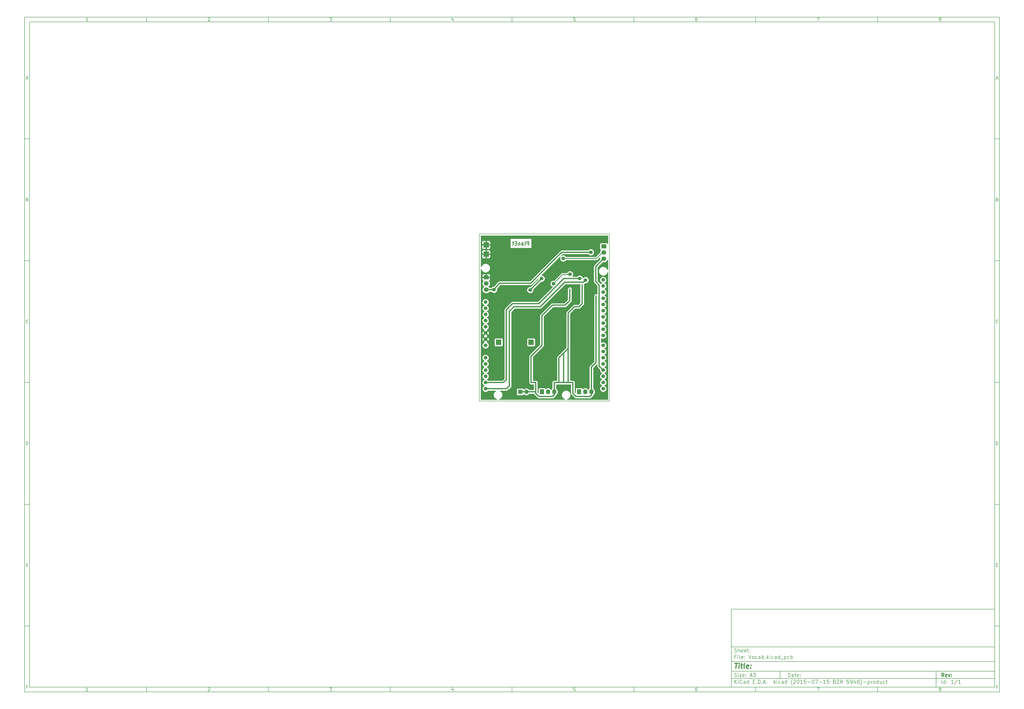
<source format=gbr>
G04 #@! TF.FileFunction,Copper,L2,Bot,Signal*
%FSLAX46Y46*%
G04 Gerber Fmt 4.6, Leading zero omitted, Abs format (unit mm)*
G04 Created by KiCad (PCBNEW (2015-07-15 BZR 5948)-product) date Tue 15 Sep 2015 04:10:27 BST*
%MOMM*%
G01*
G04 APERTURE LIST*
%ADD10C,0.150000*%
%ADD11C,0.300000*%
%ADD12C,0.400000*%
%ADD13R,2.235200X2.235200*%
%ADD14R,1.727200X2.032000*%
%ADD15O,1.727200X2.032000*%
%ADD16R,2.032000X1.727200*%
%ADD17O,2.032000X1.727200*%
%ADD18C,1.524000*%
%ADD19R,1.727200X1.727200*%
%ADD20O,1.727200X1.727200*%
%ADD21C,0.508000*%
%ADD22C,0.254000*%
G04 APERTURE END LIST*
D10*
X299989000Y-253002200D02*
X299989000Y-285002200D01*
X407989000Y-285002200D01*
X407989000Y-253002200D01*
X299989000Y-253002200D01*
X10000000Y-10000000D02*
X10000000Y-287002200D01*
X409989000Y-287002200D01*
X409989000Y-10000000D01*
X10000000Y-10000000D01*
X12000000Y-12000000D02*
X12000000Y-285002200D01*
X407989000Y-285002200D01*
X407989000Y-12000000D01*
X12000000Y-12000000D01*
X60000000Y-12000000D02*
X60000000Y-10000000D01*
X110000000Y-12000000D02*
X110000000Y-10000000D01*
X160000000Y-12000000D02*
X160000000Y-10000000D01*
X210000000Y-12000000D02*
X210000000Y-10000000D01*
X260000000Y-12000000D02*
X260000000Y-10000000D01*
X310000000Y-12000000D02*
X310000000Y-10000000D01*
X360000000Y-12000000D02*
X360000000Y-10000000D01*
X35990476Y-11588095D02*
X35247619Y-11588095D01*
X35619048Y-11588095D02*
X35619048Y-10288095D01*
X35495238Y-10473810D01*
X35371429Y-10597619D01*
X35247619Y-10659524D01*
X85247619Y-10411905D02*
X85309524Y-10350000D01*
X85433333Y-10288095D01*
X85742857Y-10288095D01*
X85866667Y-10350000D01*
X85928571Y-10411905D01*
X85990476Y-10535714D01*
X85990476Y-10659524D01*
X85928571Y-10845238D01*
X85185714Y-11588095D01*
X85990476Y-11588095D01*
X135185714Y-10288095D02*
X135990476Y-10288095D01*
X135557143Y-10783333D01*
X135742857Y-10783333D01*
X135866667Y-10845238D01*
X135928571Y-10907143D01*
X135990476Y-11030952D01*
X135990476Y-11340476D01*
X135928571Y-11464286D01*
X135866667Y-11526190D01*
X135742857Y-11588095D01*
X135371429Y-11588095D01*
X135247619Y-11526190D01*
X135185714Y-11464286D01*
X185866667Y-10721429D02*
X185866667Y-11588095D01*
X185557143Y-10226190D02*
X185247619Y-11154762D01*
X186052381Y-11154762D01*
X235928571Y-10288095D02*
X235309524Y-10288095D01*
X235247619Y-10907143D01*
X235309524Y-10845238D01*
X235433333Y-10783333D01*
X235742857Y-10783333D01*
X235866667Y-10845238D01*
X235928571Y-10907143D01*
X235990476Y-11030952D01*
X235990476Y-11340476D01*
X235928571Y-11464286D01*
X235866667Y-11526190D01*
X235742857Y-11588095D01*
X235433333Y-11588095D01*
X235309524Y-11526190D01*
X235247619Y-11464286D01*
X285866667Y-10288095D02*
X285619048Y-10288095D01*
X285495238Y-10350000D01*
X285433333Y-10411905D01*
X285309524Y-10597619D01*
X285247619Y-10845238D01*
X285247619Y-11340476D01*
X285309524Y-11464286D01*
X285371429Y-11526190D01*
X285495238Y-11588095D01*
X285742857Y-11588095D01*
X285866667Y-11526190D01*
X285928571Y-11464286D01*
X285990476Y-11340476D01*
X285990476Y-11030952D01*
X285928571Y-10907143D01*
X285866667Y-10845238D01*
X285742857Y-10783333D01*
X285495238Y-10783333D01*
X285371429Y-10845238D01*
X285309524Y-10907143D01*
X285247619Y-11030952D01*
X335185714Y-10288095D02*
X336052381Y-10288095D01*
X335495238Y-11588095D01*
X385495238Y-10845238D02*
X385371429Y-10783333D01*
X385309524Y-10721429D01*
X385247619Y-10597619D01*
X385247619Y-10535714D01*
X385309524Y-10411905D01*
X385371429Y-10350000D01*
X385495238Y-10288095D01*
X385742857Y-10288095D01*
X385866667Y-10350000D01*
X385928571Y-10411905D01*
X385990476Y-10535714D01*
X385990476Y-10597619D01*
X385928571Y-10721429D01*
X385866667Y-10783333D01*
X385742857Y-10845238D01*
X385495238Y-10845238D01*
X385371429Y-10907143D01*
X385309524Y-10969048D01*
X385247619Y-11092857D01*
X385247619Y-11340476D01*
X385309524Y-11464286D01*
X385371429Y-11526190D01*
X385495238Y-11588095D01*
X385742857Y-11588095D01*
X385866667Y-11526190D01*
X385928571Y-11464286D01*
X385990476Y-11340476D01*
X385990476Y-11092857D01*
X385928571Y-10969048D01*
X385866667Y-10907143D01*
X385742857Y-10845238D01*
X60000000Y-285002200D02*
X60000000Y-287002200D01*
X110000000Y-285002200D02*
X110000000Y-287002200D01*
X160000000Y-285002200D02*
X160000000Y-287002200D01*
X210000000Y-285002200D02*
X210000000Y-287002200D01*
X260000000Y-285002200D02*
X260000000Y-287002200D01*
X310000000Y-285002200D02*
X310000000Y-287002200D01*
X360000000Y-285002200D02*
X360000000Y-287002200D01*
X35990476Y-286590295D02*
X35247619Y-286590295D01*
X35619048Y-286590295D02*
X35619048Y-285290295D01*
X35495238Y-285476010D01*
X35371429Y-285599819D01*
X35247619Y-285661724D01*
X85247619Y-285414105D02*
X85309524Y-285352200D01*
X85433333Y-285290295D01*
X85742857Y-285290295D01*
X85866667Y-285352200D01*
X85928571Y-285414105D01*
X85990476Y-285537914D01*
X85990476Y-285661724D01*
X85928571Y-285847438D01*
X85185714Y-286590295D01*
X85990476Y-286590295D01*
X135185714Y-285290295D02*
X135990476Y-285290295D01*
X135557143Y-285785533D01*
X135742857Y-285785533D01*
X135866667Y-285847438D01*
X135928571Y-285909343D01*
X135990476Y-286033152D01*
X135990476Y-286342676D01*
X135928571Y-286466486D01*
X135866667Y-286528390D01*
X135742857Y-286590295D01*
X135371429Y-286590295D01*
X135247619Y-286528390D01*
X135185714Y-286466486D01*
X185866667Y-285723629D02*
X185866667Y-286590295D01*
X185557143Y-285228390D02*
X185247619Y-286156962D01*
X186052381Y-286156962D01*
X235928571Y-285290295D02*
X235309524Y-285290295D01*
X235247619Y-285909343D01*
X235309524Y-285847438D01*
X235433333Y-285785533D01*
X235742857Y-285785533D01*
X235866667Y-285847438D01*
X235928571Y-285909343D01*
X235990476Y-286033152D01*
X235990476Y-286342676D01*
X235928571Y-286466486D01*
X235866667Y-286528390D01*
X235742857Y-286590295D01*
X235433333Y-286590295D01*
X235309524Y-286528390D01*
X235247619Y-286466486D01*
X285866667Y-285290295D02*
X285619048Y-285290295D01*
X285495238Y-285352200D01*
X285433333Y-285414105D01*
X285309524Y-285599819D01*
X285247619Y-285847438D01*
X285247619Y-286342676D01*
X285309524Y-286466486D01*
X285371429Y-286528390D01*
X285495238Y-286590295D01*
X285742857Y-286590295D01*
X285866667Y-286528390D01*
X285928571Y-286466486D01*
X285990476Y-286342676D01*
X285990476Y-286033152D01*
X285928571Y-285909343D01*
X285866667Y-285847438D01*
X285742857Y-285785533D01*
X285495238Y-285785533D01*
X285371429Y-285847438D01*
X285309524Y-285909343D01*
X285247619Y-286033152D01*
X335185714Y-285290295D02*
X336052381Y-285290295D01*
X335495238Y-286590295D01*
X385495238Y-285847438D02*
X385371429Y-285785533D01*
X385309524Y-285723629D01*
X385247619Y-285599819D01*
X385247619Y-285537914D01*
X385309524Y-285414105D01*
X385371429Y-285352200D01*
X385495238Y-285290295D01*
X385742857Y-285290295D01*
X385866667Y-285352200D01*
X385928571Y-285414105D01*
X385990476Y-285537914D01*
X385990476Y-285599819D01*
X385928571Y-285723629D01*
X385866667Y-285785533D01*
X385742857Y-285847438D01*
X385495238Y-285847438D01*
X385371429Y-285909343D01*
X385309524Y-285971248D01*
X385247619Y-286095057D01*
X385247619Y-286342676D01*
X385309524Y-286466486D01*
X385371429Y-286528390D01*
X385495238Y-286590295D01*
X385742857Y-286590295D01*
X385866667Y-286528390D01*
X385928571Y-286466486D01*
X385990476Y-286342676D01*
X385990476Y-286095057D01*
X385928571Y-285971248D01*
X385866667Y-285909343D01*
X385742857Y-285847438D01*
X10000000Y-60000000D02*
X12000000Y-60000000D01*
X10000000Y-110000000D02*
X12000000Y-110000000D01*
X10000000Y-160000000D02*
X12000000Y-160000000D01*
X10000000Y-210000000D02*
X12000000Y-210000000D01*
X10000000Y-260000000D02*
X12000000Y-260000000D01*
X10690476Y-35216667D02*
X11309524Y-35216667D01*
X10566667Y-35588095D02*
X11000000Y-34288095D01*
X11433333Y-35588095D01*
X11092857Y-84907143D02*
X11278571Y-84969048D01*
X11340476Y-85030952D01*
X11402381Y-85154762D01*
X11402381Y-85340476D01*
X11340476Y-85464286D01*
X11278571Y-85526190D01*
X11154762Y-85588095D01*
X10659524Y-85588095D01*
X10659524Y-84288095D01*
X11092857Y-84288095D01*
X11216667Y-84350000D01*
X11278571Y-84411905D01*
X11340476Y-84535714D01*
X11340476Y-84659524D01*
X11278571Y-84783333D01*
X11216667Y-84845238D01*
X11092857Y-84907143D01*
X10659524Y-84907143D01*
X11402381Y-135464286D02*
X11340476Y-135526190D01*
X11154762Y-135588095D01*
X11030952Y-135588095D01*
X10845238Y-135526190D01*
X10721429Y-135402381D01*
X10659524Y-135278571D01*
X10597619Y-135030952D01*
X10597619Y-134845238D01*
X10659524Y-134597619D01*
X10721429Y-134473810D01*
X10845238Y-134350000D01*
X11030952Y-134288095D01*
X11154762Y-134288095D01*
X11340476Y-134350000D01*
X11402381Y-134411905D01*
X10659524Y-185588095D02*
X10659524Y-184288095D01*
X10969048Y-184288095D01*
X11154762Y-184350000D01*
X11278571Y-184473810D01*
X11340476Y-184597619D01*
X11402381Y-184845238D01*
X11402381Y-185030952D01*
X11340476Y-185278571D01*
X11278571Y-185402381D01*
X11154762Y-185526190D01*
X10969048Y-185588095D01*
X10659524Y-185588095D01*
X10721429Y-234907143D02*
X11154762Y-234907143D01*
X11340476Y-235588095D02*
X10721429Y-235588095D01*
X10721429Y-234288095D01*
X11340476Y-234288095D01*
X11185714Y-284907143D02*
X10752381Y-284907143D01*
X10752381Y-285588095D02*
X10752381Y-284288095D01*
X11371428Y-284288095D01*
X409989000Y-60000000D02*
X407989000Y-60000000D01*
X409989000Y-110000000D02*
X407989000Y-110000000D01*
X409989000Y-160000000D02*
X407989000Y-160000000D01*
X409989000Y-210000000D02*
X407989000Y-210000000D01*
X409989000Y-260000000D02*
X407989000Y-260000000D01*
X408679476Y-35216667D02*
X409298524Y-35216667D01*
X408555667Y-35588095D02*
X408989000Y-34288095D01*
X409422333Y-35588095D01*
X409081857Y-84907143D02*
X409267571Y-84969048D01*
X409329476Y-85030952D01*
X409391381Y-85154762D01*
X409391381Y-85340476D01*
X409329476Y-85464286D01*
X409267571Y-85526190D01*
X409143762Y-85588095D01*
X408648524Y-85588095D01*
X408648524Y-84288095D01*
X409081857Y-84288095D01*
X409205667Y-84350000D01*
X409267571Y-84411905D01*
X409329476Y-84535714D01*
X409329476Y-84659524D01*
X409267571Y-84783333D01*
X409205667Y-84845238D01*
X409081857Y-84907143D01*
X408648524Y-84907143D01*
X409391381Y-135464286D02*
X409329476Y-135526190D01*
X409143762Y-135588095D01*
X409019952Y-135588095D01*
X408834238Y-135526190D01*
X408710429Y-135402381D01*
X408648524Y-135278571D01*
X408586619Y-135030952D01*
X408586619Y-134845238D01*
X408648524Y-134597619D01*
X408710429Y-134473810D01*
X408834238Y-134350000D01*
X409019952Y-134288095D01*
X409143762Y-134288095D01*
X409329476Y-134350000D01*
X409391381Y-134411905D01*
X408648524Y-185588095D02*
X408648524Y-184288095D01*
X408958048Y-184288095D01*
X409143762Y-184350000D01*
X409267571Y-184473810D01*
X409329476Y-184597619D01*
X409391381Y-184845238D01*
X409391381Y-185030952D01*
X409329476Y-185278571D01*
X409267571Y-185402381D01*
X409143762Y-185526190D01*
X408958048Y-185588095D01*
X408648524Y-185588095D01*
X408710429Y-234907143D02*
X409143762Y-234907143D01*
X409329476Y-235588095D02*
X408710429Y-235588095D01*
X408710429Y-234288095D01*
X409329476Y-234288095D01*
X409174714Y-284907143D02*
X408741381Y-284907143D01*
X408741381Y-285588095D02*
X408741381Y-284288095D01*
X409360428Y-284288095D01*
X323346143Y-280780771D02*
X323346143Y-279280771D01*
X323703286Y-279280771D01*
X323917571Y-279352200D01*
X324060429Y-279495057D01*
X324131857Y-279637914D01*
X324203286Y-279923629D01*
X324203286Y-280137914D01*
X324131857Y-280423629D01*
X324060429Y-280566486D01*
X323917571Y-280709343D01*
X323703286Y-280780771D01*
X323346143Y-280780771D01*
X325489000Y-280780771D02*
X325489000Y-279995057D01*
X325417571Y-279852200D01*
X325274714Y-279780771D01*
X324989000Y-279780771D01*
X324846143Y-279852200D01*
X325489000Y-280709343D02*
X325346143Y-280780771D01*
X324989000Y-280780771D01*
X324846143Y-280709343D01*
X324774714Y-280566486D01*
X324774714Y-280423629D01*
X324846143Y-280280771D01*
X324989000Y-280209343D01*
X325346143Y-280209343D01*
X325489000Y-280137914D01*
X325989000Y-279780771D02*
X326560429Y-279780771D01*
X326203286Y-279280771D02*
X326203286Y-280566486D01*
X326274714Y-280709343D01*
X326417572Y-280780771D01*
X326560429Y-280780771D01*
X327631857Y-280709343D02*
X327489000Y-280780771D01*
X327203286Y-280780771D01*
X327060429Y-280709343D01*
X326989000Y-280566486D01*
X326989000Y-279995057D01*
X327060429Y-279852200D01*
X327203286Y-279780771D01*
X327489000Y-279780771D01*
X327631857Y-279852200D01*
X327703286Y-279995057D01*
X327703286Y-280137914D01*
X326989000Y-280280771D01*
X328346143Y-280637914D02*
X328417571Y-280709343D01*
X328346143Y-280780771D01*
X328274714Y-280709343D01*
X328346143Y-280637914D01*
X328346143Y-280780771D01*
X328346143Y-279852200D02*
X328417571Y-279923629D01*
X328346143Y-279995057D01*
X328274714Y-279923629D01*
X328346143Y-279852200D01*
X328346143Y-279995057D01*
X299989000Y-281502200D02*
X407989000Y-281502200D01*
X301346143Y-283580771D02*
X301346143Y-282080771D01*
X302203286Y-283580771D02*
X301560429Y-282723629D01*
X302203286Y-282080771D02*
X301346143Y-282937914D01*
X302846143Y-283580771D02*
X302846143Y-282580771D01*
X302846143Y-282080771D02*
X302774714Y-282152200D01*
X302846143Y-282223629D01*
X302917571Y-282152200D01*
X302846143Y-282080771D01*
X302846143Y-282223629D01*
X304417572Y-283437914D02*
X304346143Y-283509343D01*
X304131857Y-283580771D01*
X303989000Y-283580771D01*
X303774715Y-283509343D01*
X303631857Y-283366486D01*
X303560429Y-283223629D01*
X303489000Y-282937914D01*
X303489000Y-282723629D01*
X303560429Y-282437914D01*
X303631857Y-282295057D01*
X303774715Y-282152200D01*
X303989000Y-282080771D01*
X304131857Y-282080771D01*
X304346143Y-282152200D01*
X304417572Y-282223629D01*
X305703286Y-283580771D02*
X305703286Y-282795057D01*
X305631857Y-282652200D01*
X305489000Y-282580771D01*
X305203286Y-282580771D01*
X305060429Y-282652200D01*
X305703286Y-283509343D02*
X305560429Y-283580771D01*
X305203286Y-283580771D01*
X305060429Y-283509343D01*
X304989000Y-283366486D01*
X304989000Y-283223629D01*
X305060429Y-283080771D01*
X305203286Y-283009343D01*
X305560429Y-283009343D01*
X305703286Y-282937914D01*
X307060429Y-283580771D02*
X307060429Y-282080771D01*
X307060429Y-283509343D02*
X306917572Y-283580771D01*
X306631858Y-283580771D01*
X306489000Y-283509343D01*
X306417572Y-283437914D01*
X306346143Y-283295057D01*
X306346143Y-282866486D01*
X306417572Y-282723629D01*
X306489000Y-282652200D01*
X306631858Y-282580771D01*
X306917572Y-282580771D01*
X307060429Y-282652200D01*
X308917572Y-282795057D02*
X309417572Y-282795057D01*
X309631858Y-283580771D02*
X308917572Y-283580771D01*
X308917572Y-282080771D01*
X309631858Y-282080771D01*
X310274715Y-283437914D02*
X310346143Y-283509343D01*
X310274715Y-283580771D01*
X310203286Y-283509343D01*
X310274715Y-283437914D01*
X310274715Y-283580771D01*
X310989001Y-283580771D02*
X310989001Y-282080771D01*
X311346144Y-282080771D01*
X311560429Y-282152200D01*
X311703287Y-282295057D01*
X311774715Y-282437914D01*
X311846144Y-282723629D01*
X311846144Y-282937914D01*
X311774715Y-283223629D01*
X311703287Y-283366486D01*
X311560429Y-283509343D01*
X311346144Y-283580771D01*
X310989001Y-283580771D01*
X312489001Y-283437914D02*
X312560429Y-283509343D01*
X312489001Y-283580771D01*
X312417572Y-283509343D01*
X312489001Y-283437914D01*
X312489001Y-283580771D01*
X313131858Y-283152200D02*
X313846144Y-283152200D01*
X312989001Y-283580771D02*
X313489001Y-282080771D01*
X313989001Y-283580771D01*
X314489001Y-283437914D02*
X314560429Y-283509343D01*
X314489001Y-283580771D01*
X314417572Y-283509343D01*
X314489001Y-283437914D01*
X314489001Y-283580771D01*
X317489001Y-283580771D02*
X317489001Y-282080771D01*
X317631858Y-283009343D02*
X318060429Y-283580771D01*
X318060429Y-282580771D02*
X317489001Y-283152200D01*
X318703287Y-283580771D02*
X318703287Y-282580771D01*
X318703287Y-282080771D02*
X318631858Y-282152200D01*
X318703287Y-282223629D01*
X318774715Y-282152200D01*
X318703287Y-282080771D01*
X318703287Y-282223629D01*
X320060430Y-283509343D02*
X319917573Y-283580771D01*
X319631859Y-283580771D01*
X319489001Y-283509343D01*
X319417573Y-283437914D01*
X319346144Y-283295057D01*
X319346144Y-282866486D01*
X319417573Y-282723629D01*
X319489001Y-282652200D01*
X319631859Y-282580771D01*
X319917573Y-282580771D01*
X320060430Y-282652200D01*
X321346144Y-283580771D02*
X321346144Y-282795057D01*
X321274715Y-282652200D01*
X321131858Y-282580771D01*
X320846144Y-282580771D01*
X320703287Y-282652200D01*
X321346144Y-283509343D02*
X321203287Y-283580771D01*
X320846144Y-283580771D01*
X320703287Y-283509343D01*
X320631858Y-283366486D01*
X320631858Y-283223629D01*
X320703287Y-283080771D01*
X320846144Y-283009343D01*
X321203287Y-283009343D01*
X321346144Y-282937914D01*
X322703287Y-283580771D02*
X322703287Y-282080771D01*
X322703287Y-283509343D02*
X322560430Y-283580771D01*
X322274716Y-283580771D01*
X322131858Y-283509343D01*
X322060430Y-283437914D01*
X321989001Y-283295057D01*
X321989001Y-282866486D01*
X322060430Y-282723629D01*
X322131858Y-282652200D01*
X322274716Y-282580771D01*
X322560430Y-282580771D01*
X322703287Y-282652200D01*
X324989001Y-284152200D02*
X324917573Y-284080771D01*
X324774716Y-283866486D01*
X324703287Y-283723629D01*
X324631858Y-283509343D01*
X324560430Y-283152200D01*
X324560430Y-282866486D01*
X324631858Y-282509343D01*
X324703287Y-282295057D01*
X324774716Y-282152200D01*
X324917573Y-281937914D01*
X324989001Y-281866486D01*
X325489001Y-282223629D02*
X325560430Y-282152200D01*
X325703287Y-282080771D01*
X326060430Y-282080771D01*
X326203287Y-282152200D01*
X326274716Y-282223629D01*
X326346144Y-282366486D01*
X326346144Y-282509343D01*
X326274716Y-282723629D01*
X325417573Y-283580771D01*
X326346144Y-283580771D01*
X327274715Y-282080771D02*
X327417572Y-282080771D01*
X327560429Y-282152200D01*
X327631858Y-282223629D01*
X327703287Y-282366486D01*
X327774715Y-282652200D01*
X327774715Y-283009343D01*
X327703287Y-283295057D01*
X327631858Y-283437914D01*
X327560429Y-283509343D01*
X327417572Y-283580771D01*
X327274715Y-283580771D01*
X327131858Y-283509343D01*
X327060429Y-283437914D01*
X326989001Y-283295057D01*
X326917572Y-283009343D01*
X326917572Y-282652200D01*
X326989001Y-282366486D01*
X327060429Y-282223629D01*
X327131858Y-282152200D01*
X327274715Y-282080771D01*
X329203286Y-283580771D02*
X328346143Y-283580771D01*
X328774715Y-283580771D02*
X328774715Y-282080771D01*
X328631858Y-282295057D01*
X328489000Y-282437914D01*
X328346143Y-282509343D01*
X330560429Y-282080771D02*
X329846143Y-282080771D01*
X329774714Y-282795057D01*
X329846143Y-282723629D01*
X329989000Y-282652200D01*
X330346143Y-282652200D01*
X330489000Y-282723629D01*
X330560429Y-282795057D01*
X330631857Y-282937914D01*
X330631857Y-283295057D01*
X330560429Y-283437914D01*
X330489000Y-283509343D01*
X330346143Y-283580771D01*
X329989000Y-283580771D01*
X329846143Y-283509343D01*
X329774714Y-283437914D01*
X331274714Y-283009343D02*
X332417571Y-283009343D01*
X333417571Y-282080771D02*
X333560428Y-282080771D01*
X333703285Y-282152200D01*
X333774714Y-282223629D01*
X333846143Y-282366486D01*
X333917571Y-282652200D01*
X333917571Y-283009343D01*
X333846143Y-283295057D01*
X333774714Y-283437914D01*
X333703285Y-283509343D01*
X333560428Y-283580771D01*
X333417571Y-283580771D01*
X333274714Y-283509343D01*
X333203285Y-283437914D01*
X333131857Y-283295057D01*
X333060428Y-283009343D01*
X333060428Y-282652200D01*
X333131857Y-282366486D01*
X333203285Y-282223629D01*
X333274714Y-282152200D01*
X333417571Y-282080771D01*
X334417571Y-282080771D02*
X335417571Y-282080771D01*
X334774714Y-283580771D01*
X335988999Y-283009343D02*
X337131856Y-283009343D01*
X338631856Y-283580771D02*
X337774713Y-283580771D01*
X338203285Y-283580771D02*
X338203285Y-282080771D01*
X338060428Y-282295057D01*
X337917570Y-282437914D01*
X337774713Y-282509343D01*
X339988999Y-282080771D02*
X339274713Y-282080771D01*
X339203284Y-282795057D01*
X339274713Y-282723629D01*
X339417570Y-282652200D01*
X339774713Y-282652200D01*
X339917570Y-282723629D01*
X339988999Y-282795057D01*
X340060427Y-282937914D01*
X340060427Y-283295057D01*
X339988999Y-283437914D01*
X339917570Y-283509343D01*
X339774713Y-283580771D01*
X339417570Y-283580771D01*
X339274713Y-283509343D01*
X339203284Y-283437914D01*
X342346141Y-282795057D02*
X342560427Y-282866486D01*
X342631855Y-282937914D01*
X342703284Y-283080771D01*
X342703284Y-283295057D01*
X342631855Y-283437914D01*
X342560427Y-283509343D01*
X342417569Y-283580771D01*
X341846141Y-283580771D01*
X341846141Y-282080771D01*
X342346141Y-282080771D01*
X342488998Y-282152200D01*
X342560427Y-282223629D01*
X342631855Y-282366486D01*
X342631855Y-282509343D01*
X342560427Y-282652200D01*
X342488998Y-282723629D01*
X342346141Y-282795057D01*
X341846141Y-282795057D01*
X343203284Y-282080771D02*
X344203284Y-282080771D01*
X343203284Y-283580771D01*
X344203284Y-283580771D01*
X345631855Y-283580771D02*
X345131855Y-282866486D01*
X344774712Y-283580771D02*
X344774712Y-282080771D01*
X345346140Y-282080771D01*
X345488998Y-282152200D01*
X345560426Y-282223629D01*
X345631855Y-282366486D01*
X345631855Y-282580771D01*
X345560426Y-282723629D01*
X345488998Y-282795057D01*
X345346140Y-282866486D01*
X344774712Y-282866486D01*
X348131855Y-282080771D02*
X347417569Y-282080771D01*
X347346140Y-282795057D01*
X347417569Y-282723629D01*
X347560426Y-282652200D01*
X347917569Y-282652200D01*
X348060426Y-282723629D01*
X348131855Y-282795057D01*
X348203283Y-282937914D01*
X348203283Y-283295057D01*
X348131855Y-283437914D01*
X348060426Y-283509343D01*
X347917569Y-283580771D01*
X347560426Y-283580771D01*
X347417569Y-283509343D01*
X347346140Y-283437914D01*
X348917568Y-283580771D02*
X349203283Y-283580771D01*
X349346140Y-283509343D01*
X349417568Y-283437914D01*
X349560426Y-283223629D01*
X349631854Y-282937914D01*
X349631854Y-282366486D01*
X349560426Y-282223629D01*
X349488997Y-282152200D01*
X349346140Y-282080771D01*
X349060426Y-282080771D01*
X348917568Y-282152200D01*
X348846140Y-282223629D01*
X348774711Y-282366486D01*
X348774711Y-282723629D01*
X348846140Y-282866486D01*
X348917568Y-282937914D01*
X349060426Y-283009343D01*
X349346140Y-283009343D01*
X349488997Y-282937914D01*
X349560426Y-282866486D01*
X349631854Y-282723629D01*
X350917568Y-282580771D02*
X350917568Y-283580771D01*
X350560425Y-282009343D02*
X350203282Y-283080771D01*
X351131854Y-283080771D01*
X351917568Y-282723629D02*
X351774710Y-282652200D01*
X351703282Y-282580771D01*
X351631853Y-282437914D01*
X351631853Y-282366486D01*
X351703282Y-282223629D01*
X351774710Y-282152200D01*
X351917568Y-282080771D01*
X352203282Y-282080771D01*
X352346139Y-282152200D01*
X352417568Y-282223629D01*
X352488996Y-282366486D01*
X352488996Y-282437914D01*
X352417568Y-282580771D01*
X352346139Y-282652200D01*
X352203282Y-282723629D01*
X351917568Y-282723629D01*
X351774710Y-282795057D01*
X351703282Y-282866486D01*
X351631853Y-283009343D01*
X351631853Y-283295057D01*
X351703282Y-283437914D01*
X351774710Y-283509343D01*
X351917568Y-283580771D01*
X352203282Y-283580771D01*
X352346139Y-283509343D01*
X352417568Y-283437914D01*
X352488996Y-283295057D01*
X352488996Y-283009343D01*
X352417568Y-282866486D01*
X352346139Y-282795057D01*
X352203282Y-282723629D01*
X352988996Y-284152200D02*
X353060424Y-284080771D01*
X353203281Y-283866486D01*
X353274710Y-283723629D01*
X353346139Y-283509343D01*
X353417567Y-283152200D01*
X353417567Y-282866486D01*
X353346139Y-282509343D01*
X353274710Y-282295057D01*
X353203281Y-282152200D01*
X353060424Y-281937914D01*
X352988996Y-281866486D01*
X354131853Y-283009343D02*
X355274710Y-283009343D01*
X355988996Y-282580771D02*
X355988996Y-284080771D01*
X355988996Y-282652200D02*
X356131853Y-282580771D01*
X356417567Y-282580771D01*
X356560424Y-282652200D01*
X356631853Y-282723629D01*
X356703282Y-282866486D01*
X356703282Y-283295057D01*
X356631853Y-283437914D01*
X356560424Y-283509343D01*
X356417567Y-283580771D01*
X356131853Y-283580771D01*
X355988996Y-283509343D01*
X357346139Y-283580771D02*
X357346139Y-282580771D01*
X357346139Y-282866486D02*
X357417567Y-282723629D01*
X357488996Y-282652200D01*
X357631853Y-282580771D01*
X357774710Y-282580771D01*
X358488996Y-283580771D02*
X358346138Y-283509343D01*
X358274710Y-283437914D01*
X358203281Y-283295057D01*
X358203281Y-282866486D01*
X358274710Y-282723629D01*
X358346138Y-282652200D01*
X358488996Y-282580771D01*
X358703281Y-282580771D01*
X358846138Y-282652200D01*
X358917567Y-282723629D01*
X358988996Y-282866486D01*
X358988996Y-283295057D01*
X358917567Y-283437914D01*
X358846138Y-283509343D01*
X358703281Y-283580771D01*
X358488996Y-283580771D01*
X360274710Y-283580771D02*
X360274710Y-282080771D01*
X360274710Y-283509343D02*
X360131853Y-283580771D01*
X359846139Y-283580771D01*
X359703281Y-283509343D01*
X359631853Y-283437914D01*
X359560424Y-283295057D01*
X359560424Y-282866486D01*
X359631853Y-282723629D01*
X359703281Y-282652200D01*
X359846139Y-282580771D01*
X360131853Y-282580771D01*
X360274710Y-282652200D01*
X361631853Y-282580771D02*
X361631853Y-283580771D01*
X360988996Y-282580771D02*
X360988996Y-283366486D01*
X361060424Y-283509343D01*
X361203282Y-283580771D01*
X361417567Y-283580771D01*
X361560424Y-283509343D01*
X361631853Y-283437914D01*
X362988996Y-283509343D02*
X362846139Y-283580771D01*
X362560425Y-283580771D01*
X362417567Y-283509343D01*
X362346139Y-283437914D01*
X362274710Y-283295057D01*
X362274710Y-282866486D01*
X362346139Y-282723629D01*
X362417567Y-282652200D01*
X362560425Y-282580771D01*
X362846139Y-282580771D01*
X362988996Y-282652200D01*
X363417567Y-282580771D02*
X363988996Y-282580771D01*
X363631853Y-282080771D02*
X363631853Y-283366486D01*
X363703281Y-283509343D01*
X363846139Y-283580771D01*
X363988996Y-283580771D01*
X299989000Y-278502200D02*
X407989000Y-278502200D01*
D11*
X387203286Y-280780771D02*
X386703286Y-280066486D01*
X386346143Y-280780771D02*
X386346143Y-279280771D01*
X386917571Y-279280771D01*
X387060429Y-279352200D01*
X387131857Y-279423629D01*
X387203286Y-279566486D01*
X387203286Y-279780771D01*
X387131857Y-279923629D01*
X387060429Y-279995057D01*
X386917571Y-280066486D01*
X386346143Y-280066486D01*
X388417571Y-280709343D02*
X388274714Y-280780771D01*
X387989000Y-280780771D01*
X387846143Y-280709343D01*
X387774714Y-280566486D01*
X387774714Y-279995057D01*
X387846143Y-279852200D01*
X387989000Y-279780771D01*
X388274714Y-279780771D01*
X388417571Y-279852200D01*
X388489000Y-279995057D01*
X388489000Y-280137914D01*
X387774714Y-280280771D01*
X388989000Y-279780771D02*
X389346143Y-280780771D01*
X389703285Y-279780771D01*
X390274714Y-280637914D02*
X390346142Y-280709343D01*
X390274714Y-280780771D01*
X390203285Y-280709343D01*
X390274714Y-280637914D01*
X390274714Y-280780771D01*
X390274714Y-279852200D02*
X390346142Y-279923629D01*
X390274714Y-279995057D01*
X390203285Y-279923629D01*
X390274714Y-279852200D01*
X390274714Y-279995057D01*
D10*
X301274714Y-280709343D02*
X301489000Y-280780771D01*
X301846143Y-280780771D01*
X301989000Y-280709343D01*
X302060429Y-280637914D01*
X302131857Y-280495057D01*
X302131857Y-280352200D01*
X302060429Y-280209343D01*
X301989000Y-280137914D01*
X301846143Y-280066486D01*
X301560429Y-279995057D01*
X301417571Y-279923629D01*
X301346143Y-279852200D01*
X301274714Y-279709343D01*
X301274714Y-279566486D01*
X301346143Y-279423629D01*
X301417571Y-279352200D01*
X301560429Y-279280771D01*
X301917571Y-279280771D01*
X302131857Y-279352200D01*
X302774714Y-280780771D02*
X302774714Y-279780771D01*
X302774714Y-279280771D02*
X302703285Y-279352200D01*
X302774714Y-279423629D01*
X302846142Y-279352200D01*
X302774714Y-279280771D01*
X302774714Y-279423629D01*
X303346143Y-279780771D02*
X304131857Y-279780771D01*
X303346143Y-280780771D01*
X304131857Y-280780771D01*
X305274714Y-280709343D02*
X305131857Y-280780771D01*
X304846143Y-280780771D01*
X304703286Y-280709343D01*
X304631857Y-280566486D01*
X304631857Y-279995057D01*
X304703286Y-279852200D01*
X304846143Y-279780771D01*
X305131857Y-279780771D01*
X305274714Y-279852200D01*
X305346143Y-279995057D01*
X305346143Y-280137914D01*
X304631857Y-280280771D01*
X305989000Y-280637914D02*
X306060428Y-280709343D01*
X305989000Y-280780771D01*
X305917571Y-280709343D01*
X305989000Y-280637914D01*
X305989000Y-280780771D01*
X305989000Y-279852200D02*
X306060428Y-279923629D01*
X305989000Y-279995057D01*
X305917571Y-279923629D01*
X305989000Y-279852200D01*
X305989000Y-279995057D01*
X307774714Y-280352200D02*
X308489000Y-280352200D01*
X307631857Y-280780771D02*
X308131857Y-279280771D01*
X308631857Y-280780771D01*
X308989000Y-279280771D02*
X309917571Y-279280771D01*
X309417571Y-279852200D01*
X309631857Y-279852200D01*
X309774714Y-279923629D01*
X309846143Y-279995057D01*
X309917571Y-280137914D01*
X309917571Y-280495057D01*
X309846143Y-280637914D01*
X309774714Y-280709343D01*
X309631857Y-280780771D01*
X309203285Y-280780771D01*
X309060428Y-280709343D01*
X308989000Y-280637914D01*
X386346143Y-283580771D02*
X386346143Y-282080771D01*
X387703286Y-283580771D02*
X387703286Y-282080771D01*
X387703286Y-283509343D02*
X387560429Y-283580771D01*
X387274715Y-283580771D01*
X387131857Y-283509343D01*
X387060429Y-283437914D01*
X386989000Y-283295057D01*
X386989000Y-282866486D01*
X387060429Y-282723629D01*
X387131857Y-282652200D01*
X387274715Y-282580771D01*
X387560429Y-282580771D01*
X387703286Y-282652200D01*
X388417572Y-283437914D02*
X388489000Y-283509343D01*
X388417572Y-283580771D01*
X388346143Y-283509343D01*
X388417572Y-283437914D01*
X388417572Y-283580771D01*
X388417572Y-282652200D02*
X388489000Y-282723629D01*
X388417572Y-282795057D01*
X388346143Y-282723629D01*
X388417572Y-282652200D01*
X388417572Y-282795057D01*
X391060429Y-283580771D02*
X390203286Y-283580771D01*
X390631858Y-283580771D02*
X390631858Y-282080771D01*
X390489001Y-282295057D01*
X390346143Y-282437914D01*
X390203286Y-282509343D01*
X392774714Y-282009343D02*
X391489000Y-283937914D01*
X394060429Y-283580771D02*
X393203286Y-283580771D01*
X393631858Y-283580771D02*
X393631858Y-282080771D01*
X393489001Y-282295057D01*
X393346143Y-282437914D01*
X393203286Y-282509343D01*
X299989000Y-274502200D02*
X407989000Y-274502200D01*
D12*
X301441381Y-275206962D02*
X302584238Y-275206962D01*
X301762810Y-277206962D02*
X302012810Y-275206962D01*
X303000905Y-277206962D02*
X303167571Y-275873629D01*
X303250905Y-275206962D02*
X303143762Y-275302200D01*
X303227095Y-275397438D01*
X303334239Y-275302200D01*
X303250905Y-275206962D01*
X303227095Y-275397438D01*
X303834238Y-275873629D02*
X304596143Y-275873629D01*
X304203286Y-275206962D02*
X303989000Y-276921248D01*
X304060430Y-277111724D01*
X304239001Y-277206962D01*
X304429477Y-277206962D01*
X305381858Y-277206962D02*
X305203287Y-277111724D01*
X305131857Y-276921248D01*
X305346143Y-275206962D01*
X306917572Y-277111724D02*
X306715191Y-277206962D01*
X306334239Y-277206962D01*
X306155667Y-277111724D01*
X306084238Y-276921248D01*
X306179476Y-276159343D01*
X306298524Y-275968867D01*
X306500905Y-275873629D01*
X306881857Y-275873629D01*
X307060429Y-275968867D01*
X307131857Y-276159343D01*
X307108048Y-276349819D01*
X306131857Y-276540295D01*
X307881857Y-277016486D02*
X307965192Y-277111724D01*
X307858048Y-277206962D01*
X307774715Y-277111724D01*
X307881857Y-277016486D01*
X307858048Y-277206962D01*
X308012810Y-275968867D02*
X308096144Y-276064105D01*
X307989000Y-276159343D01*
X307905667Y-276064105D01*
X308012810Y-275968867D01*
X307989000Y-276159343D01*
D10*
X301846143Y-272595057D02*
X301346143Y-272595057D01*
X301346143Y-273380771D02*
X301346143Y-271880771D01*
X302060429Y-271880771D01*
X302631857Y-273380771D02*
X302631857Y-272380771D01*
X302631857Y-271880771D02*
X302560428Y-271952200D01*
X302631857Y-272023629D01*
X302703285Y-271952200D01*
X302631857Y-271880771D01*
X302631857Y-272023629D01*
X303560429Y-273380771D02*
X303417571Y-273309343D01*
X303346143Y-273166486D01*
X303346143Y-271880771D01*
X304703285Y-273309343D02*
X304560428Y-273380771D01*
X304274714Y-273380771D01*
X304131857Y-273309343D01*
X304060428Y-273166486D01*
X304060428Y-272595057D01*
X304131857Y-272452200D01*
X304274714Y-272380771D01*
X304560428Y-272380771D01*
X304703285Y-272452200D01*
X304774714Y-272595057D01*
X304774714Y-272737914D01*
X304060428Y-272880771D01*
X305417571Y-273237914D02*
X305488999Y-273309343D01*
X305417571Y-273380771D01*
X305346142Y-273309343D01*
X305417571Y-273237914D01*
X305417571Y-273380771D01*
X305417571Y-272452200D02*
X305488999Y-272523629D01*
X305417571Y-272595057D01*
X305346142Y-272523629D01*
X305417571Y-272452200D01*
X305417571Y-272595057D01*
X307060428Y-271880771D02*
X307560428Y-273380771D01*
X308060428Y-271880771D01*
X308774714Y-273380771D02*
X308631856Y-273309343D01*
X308560428Y-273237914D01*
X308488999Y-273095057D01*
X308488999Y-272666486D01*
X308560428Y-272523629D01*
X308631856Y-272452200D01*
X308774714Y-272380771D01*
X308988999Y-272380771D01*
X309131856Y-272452200D01*
X309203285Y-272523629D01*
X309274714Y-272666486D01*
X309274714Y-273095057D01*
X309203285Y-273237914D01*
X309131856Y-273309343D01*
X308988999Y-273380771D01*
X308774714Y-273380771D01*
X310560428Y-273309343D02*
X310417571Y-273380771D01*
X310131857Y-273380771D01*
X309988999Y-273309343D01*
X309917571Y-273237914D01*
X309846142Y-273095057D01*
X309846142Y-272666486D01*
X309917571Y-272523629D01*
X309988999Y-272452200D01*
X310131857Y-272380771D01*
X310417571Y-272380771D01*
X310560428Y-272452200D01*
X311846142Y-273380771D02*
X311846142Y-272595057D01*
X311774713Y-272452200D01*
X311631856Y-272380771D01*
X311346142Y-272380771D01*
X311203285Y-272452200D01*
X311846142Y-273309343D02*
X311703285Y-273380771D01*
X311346142Y-273380771D01*
X311203285Y-273309343D01*
X311131856Y-273166486D01*
X311131856Y-273023629D01*
X311203285Y-272880771D01*
X311346142Y-272809343D01*
X311703285Y-272809343D01*
X311846142Y-272737914D01*
X312560428Y-273380771D02*
X312560428Y-271880771D01*
X312560428Y-272452200D02*
X312703285Y-272380771D01*
X312988999Y-272380771D01*
X313131856Y-272452200D01*
X313203285Y-272523629D01*
X313274714Y-272666486D01*
X313274714Y-273095057D01*
X313203285Y-273237914D01*
X313131856Y-273309343D01*
X312988999Y-273380771D01*
X312703285Y-273380771D01*
X312560428Y-273309343D01*
X313917571Y-273237914D02*
X313988999Y-273309343D01*
X313917571Y-273380771D01*
X313846142Y-273309343D01*
X313917571Y-273237914D01*
X313917571Y-273380771D01*
X314631857Y-273380771D02*
X314631857Y-271880771D01*
X314774714Y-272809343D02*
X315203285Y-273380771D01*
X315203285Y-272380771D02*
X314631857Y-272952200D01*
X315846143Y-273380771D02*
X315846143Y-272380771D01*
X315846143Y-271880771D02*
X315774714Y-271952200D01*
X315846143Y-272023629D01*
X315917571Y-271952200D01*
X315846143Y-271880771D01*
X315846143Y-272023629D01*
X317203286Y-273309343D02*
X317060429Y-273380771D01*
X316774715Y-273380771D01*
X316631857Y-273309343D01*
X316560429Y-273237914D01*
X316489000Y-273095057D01*
X316489000Y-272666486D01*
X316560429Y-272523629D01*
X316631857Y-272452200D01*
X316774715Y-272380771D01*
X317060429Y-272380771D01*
X317203286Y-272452200D01*
X318489000Y-273380771D02*
X318489000Y-272595057D01*
X318417571Y-272452200D01*
X318274714Y-272380771D01*
X317989000Y-272380771D01*
X317846143Y-272452200D01*
X318489000Y-273309343D02*
X318346143Y-273380771D01*
X317989000Y-273380771D01*
X317846143Y-273309343D01*
X317774714Y-273166486D01*
X317774714Y-273023629D01*
X317846143Y-272880771D01*
X317989000Y-272809343D01*
X318346143Y-272809343D01*
X318489000Y-272737914D01*
X319846143Y-273380771D02*
X319846143Y-271880771D01*
X319846143Y-273309343D02*
X319703286Y-273380771D01*
X319417572Y-273380771D01*
X319274714Y-273309343D01*
X319203286Y-273237914D01*
X319131857Y-273095057D01*
X319131857Y-272666486D01*
X319203286Y-272523629D01*
X319274714Y-272452200D01*
X319417572Y-272380771D01*
X319703286Y-272380771D01*
X319846143Y-272452200D01*
X320203286Y-273523629D02*
X321346143Y-273523629D01*
X321703286Y-272380771D02*
X321703286Y-273880771D01*
X321703286Y-272452200D02*
X321846143Y-272380771D01*
X322131857Y-272380771D01*
X322274714Y-272452200D01*
X322346143Y-272523629D01*
X322417572Y-272666486D01*
X322417572Y-273095057D01*
X322346143Y-273237914D01*
X322274714Y-273309343D01*
X322131857Y-273380771D01*
X321846143Y-273380771D01*
X321703286Y-273309343D01*
X323703286Y-273309343D02*
X323560429Y-273380771D01*
X323274715Y-273380771D01*
X323131857Y-273309343D01*
X323060429Y-273237914D01*
X322989000Y-273095057D01*
X322989000Y-272666486D01*
X323060429Y-272523629D01*
X323131857Y-272452200D01*
X323274715Y-272380771D01*
X323560429Y-272380771D01*
X323703286Y-272452200D01*
X324346143Y-273380771D02*
X324346143Y-271880771D01*
X324346143Y-272452200D02*
X324489000Y-272380771D01*
X324774714Y-272380771D01*
X324917571Y-272452200D01*
X324989000Y-272523629D01*
X325060429Y-272666486D01*
X325060429Y-273095057D01*
X324989000Y-273237914D01*
X324917571Y-273309343D01*
X324774714Y-273380771D01*
X324489000Y-273380771D01*
X324346143Y-273309343D01*
X299989000Y-268502200D02*
X407989000Y-268502200D01*
X301274714Y-270609343D02*
X301489000Y-270680771D01*
X301846143Y-270680771D01*
X301989000Y-270609343D01*
X302060429Y-270537914D01*
X302131857Y-270395057D01*
X302131857Y-270252200D01*
X302060429Y-270109343D01*
X301989000Y-270037914D01*
X301846143Y-269966486D01*
X301560429Y-269895057D01*
X301417571Y-269823629D01*
X301346143Y-269752200D01*
X301274714Y-269609343D01*
X301274714Y-269466486D01*
X301346143Y-269323629D01*
X301417571Y-269252200D01*
X301560429Y-269180771D01*
X301917571Y-269180771D01*
X302131857Y-269252200D01*
X302774714Y-270680771D02*
X302774714Y-269180771D01*
X303417571Y-270680771D02*
X303417571Y-269895057D01*
X303346142Y-269752200D01*
X303203285Y-269680771D01*
X302989000Y-269680771D01*
X302846142Y-269752200D01*
X302774714Y-269823629D01*
X304703285Y-270609343D02*
X304560428Y-270680771D01*
X304274714Y-270680771D01*
X304131857Y-270609343D01*
X304060428Y-270466486D01*
X304060428Y-269895057D01*
X304131857Y-269752200D01*
X304274714Y-269680771D01*
X304560428Y-269680771D01*
X304703285Y-269752200D01*
X304774714Y-269895057D01*
X304774714Y-270037914D01*
X304060428Y-270180771D01*
X305988999Y-270609343D02*
X305846142Y-270680771D01*
X305560428Y-270680771D01*
X305417571Y-270609343D01*
X305346142Y-270466486D01*
X305346142Y-269895057D01*
X305417571Y-269752200D01*
X305560428Y-269680771D01*
X305846142Y-269680771D01*
X305988999Y-269752200D01*
X306060428Y-269895057D01*
X306060428Y-270037914D01*
X305346142Y-270180771D01*
X306488999Y-269680771D02*
X307060428Y-269680771D01*
X306703285Y-269180771D02*
X306703285Y-270466486D01*
X306774713Y-270609343D01*
X306917571Y-270680771D01*
X307060428Y-270680771D01*
X307560428Y-270537914D02*
X307631856Y-270609343D01*
X307560428Y-270680771D01*
X307488999Y-270609343D01*
X307560428Y-270537914D01*
X307560428Y-270680771D01*
X307560428Y-269752200D02*
X307631856Y-269823629D01*
X307560428Y-269895057D01*
X307488999Y-269823629D01*
X307560428Y-269752200D01*
X307560428Y-269895057D01*
X319989000Y-278502200D02*
X319989000Y-281502200D01*
X383989000Y-278502200D02*
X383989000Y-285002200D01*
X196596000Y-167640000D02*
X196596000Y-99060000D01*
X249936000Y-167640000D02*
X196596000Y-167640000D01*
X249936000Y-99060000D02*
X249936000Y-167640000D01*
X196596000Y-99060000D02*
X249936000Y-99060000D01*
D11*
X216864000Y-103675571D02*
X216864000Y-102175571D01*
X216292572Y-102175571D01*
X216149714Y-102247000D01*
X216078286Y-102318429D01*
X216006857Y-102461286D01*
X216006857Y-102675571D01*
X216078286Y-102818429D01*
X216149714Y-102889857D01*
X216292572Y-102961286D01*
X216864000Y-102961286D01*
X215149714Y-103675571D02*
X215292572Y-103604143D01*
X215364000Y-103461286D01*
X215364000Y-102175571D01*
X213935429Y-103675571D02*
X213935429Y-102889857D01*
X214006858Y-102747000D01*
X214149715Y-102675571D01*
X214435429Y-102675571D01*
X214578286Y-102747000D01*
X213935429Y-103604143D02*
X214078286Y-103675571D01*
X214435429Y-103675571D01*
X214578286Y-103604143D01*
X214649715Y-103461286D01*
X214649715Y-103318429D01*
X214578286Y-103175571D01*
X214435429Y-103104143D01*
X214078286Y-103104143D01*
X213935429Y-103032714D01*
X213221143Y-102675571D02*
X213221143Y-103675571D01*
X213221143Y-102818429D02*
X213149715Y-102747000D01*
X213006857Y-102675571D01*
X212792572Y-102675571D01*
X212649715Y-102747000D01*
X212578286Y-102889857D01*
X212578286Y-103675571D01*
X211864000Y-102889857D02*
X211364000Y-102889857D01*
X211149714Y-103675571D02*
X211864000Y-103675571D01*
X211864000Y-102175571D01*
X211149714Y-102175571D01*
X210721143Y-102675571D02*
X210149714Y-102675571D01*
X210506857Y-102175571D02*
X210506857Y-103461286D01*
X210435429Y-103604143D01*
X210292571Y-103675571D01*
X210149714Y-103675571D01*
D13*
X204470000Y-143510000D03*
D14*
X222250000Y-163830000D03*
D15*
X224790000Y-163830000D03*
X227330000Y-163830000D03*
D14*
X237490000Y-163830000D03*
D15*
X240030000Y-163830000D03*
X242570000Y-163830000D03*
D16*
X199390000Y-116840000D03*
D17*
X199390000Y-119380000D03*
X199390000Y-121920000D03*
D16*
X247650000Y-104140000D03*
D17*
X247650000Y-106680000D03*
X247650000Y-109220000D03*
D18*
X247396000Y-117856000D03*
X247396000Y-120396000D03*
X199136000Y-127000000D03*
X199136000Y-132080000D03*
X199136000Y-129540000D03*
X199136000Y-134620000D03*
X199136000Y-137160000D03*
X199136000Y-139700000D03*
X199136000Y-142240000D03*
X199136000Y-144780000D03*
X199136000Y-149860000D03*
X199136000Y-152400000D03*
X199136000Y-154940000D03*
X199136000Y-157480000D03*
X199136000Y-160020000D03*
X199136000Y-162560000D03*
X247396000Y-162560000D03*
X247396000Y-160020000D03*
X247396000Y-157480000D03*
X247396000Y-154940000D03*
X247396000Y-152400000D03*
X247396000Y-149860000D03*
X247396000Y-147320000D03*
X247396000Y-144780000D03*
X247396000Y-140716000D03*
X247396000Y-138176000D03*
X247396000Y-135636000D03*
X247396000Y-133096000D03*
X247396000Y-130556000D03*
X247396000Y-128016000D03*
X247396000Y-125476000D03*
X247396000Y-122936000D03*
D13*
X199390000Y-103505000D03*
X199390000Y-107315000D03*
X217805000Y-143510000D03*
D19*
X213360000Y-163830000D03*
D20*
X215900000Y-163830000D03*
D18*
X202565000Y-121920000D03*
X242316000Y-106553000D03*
X205994000Y-124206000D03*
X229997000Y-112014000D03*
X236474000Y-110998000D03*
X205105000Y-134620000D03*
X210820000Y-134620000D03*
X205105000Y-152273000D03*
X231013000Y-109093000D03*
X237744000Y-117348000D03*
X240157000Y-117983000D03*
X217424000Y-122047000D03*
X222123000Y-117348000D03*
X227012500Y-119443500D03*
X233807000Y-115570000D03*
D21*
X199390000Y-121920000D02*
X202565000Y-121920000D01*
X202565000Y-121920000D02*
X204851000Y-119253000D01*
X217678000Y-119253000D02*
X226695000Y-110236000D01*
X204851000Y-119253000D02*
X217678000Y-119253000D01*
X236728000Y-106553000D02*
X242316000Y-106553000D01*
X230378000Y-106553000D02*
X236728000Y-106553000D01*
X226695000Y-110236000D02*
X230378000Y-106553000D01*
X226695000Y-110236000D02*
X226695000Y-110236000D01*
X205994000Y-124206000D02*
X208280000Y-124206000D01*
X229997000Y-112014000D02*
X229997000Y-114300000D01*
X205105000Y-152273000D02*
X205105000Y-153035000D01*
X233680000Y-124587000D02*
X233680000Y-121666000D01*
X238760000Y-123952000D02*
X238760000Y-119888000D01*
X215900000Y-163830000D02*
X219710000Y-163830000D01*
X213360000Y-163830000D02*
X215900000Y-163830000D01*
X222250000Y-139065000D02*
X222250000Y-133350000D01*
X222250000Y-139065000D02*
X222250000Y-139065000D01*
X222250000Y-133350000D02*
X222250000Y-132588000D01*
X222250000Y-132588000D02*
X226568000Y-128270000D01*
X226568000Y-128270000D02*
X231775000Y-128270000D01*
X237490000Y-128905000D02*
X238760000Y-127635000D01*
X237490000Y-128905000D02*
X235585000Y-128905000D01*
X233045000Y-146050000D02*
X233045000Y-146685000D01*
X233045000Y-146685000D02*
X233045000Y-160020000D01*
X229235000Y-160020000D02*
X229235000Y-149860000D01*
X229235000Y-149860000D02*
X231140000Y-147955000D01*
X217805000Y-149225000D02*
X217805000Y-149225000D01*
X217805000Y-160020000D02*
X218440000Y-160020000D01*
X217805000Y-154940000D02*
X217805000Y-160020000D01*
X217805000Y-154940000D02*
X217805000Y-151765000D01*
X217805000Y-149225000D02*
X217805000Y-151765000D01*
X219075000Y-147955000D02*
X219075000Y-147955000D01*
X219075000Y-147955000D02*
X222250000Y-144780000D01*
X222250000Y-144780000D02*
X222250000Y-139065000D01*
X217805000Y-149225000D02*
X219075000Y-147955000D01*
X231140000Y-147955000D02*
X233045000Y-146050000D01*
X233045000Y-146050000D02*
X233045000Y-146050000D01*
X233045000Y-146050000D02*
X233045000Y-131445000D01*
X233045000Y-131445000D02*
X234950000Y-129540000D01*
X234950000Y-129540000D02*
X235585000Y-128905000D01*
X231140000Y-160020000D02*
X231140000Y-147955000D01*
X231140000Y-160020000D02*
X233045000Y-160020000D01*
X233045000Y-160020000D02*
X234950000Y-160020000D01*
X219710000Y-164465000D02*
X219710000Y-163830000D01*
X220980000Y-165735000D02*
X219710000Y-164465000D01*
X226695000Y-165735000D02*
X220980000Y-165735000D01*
X227330000Y-165100000D02*
X226695000Y-165735000D01*
X227330000Y-163830000D02*
X227330000Y-165100000D01*
X219710000Y-163830000D02*
X219710000Y-160020000D01*
X218440000Y-160020000D02*
X219710000Y-160020000D01*
X229235000Y-160020000D02*
X234950000Y-160020000D01*
X227330000Y-160020000D02*
X229235000Y-160020000D01*
X227330000Y-160020000D02*
X227330000Y-163830000D01*
X238760000Y-127635000D02*
X238760000Y-127000000D01*
X234950000Y-160020000D02*
X234950000Y-164465000D01*
X234950000Y-164465000D02*
X236220000Y-165735000D01*
X236220000Y-165735000D02*
X241935000Y-165735000D01*
X241935000Y-165735000D02*
X242570000Y-165100000D01*
X244475000Y-151765000D02*
X244475000Y-124460000D01*
X242570000Y-153670000D02*
X244475000Y-151765000D01*
X242570000Y-160020000D02*
X242570000Y-153670000D01*
X242570000Y-165100000D02*
X242570000Y-163830000D01*
X242570000Y-160020000D02*
X242570000Y-163830000D01*
X231775000Y-128270000D02*
X232791000Y-127254000D01*
X238760000Y-123825000D02*
X238760000Y-123952000D01*
X238760000Y-123952000D02*
X238760000Y-127000000D01*
X233680000Y-124460000D02*
X233680000Y-124587000D01*
X233680000Y-124587000D02*
X233680000Y-126365000D01*
X233680000Y-126365000D02*
X232791000Y-127254000D01*
X232791000Y-127254000D02*
X232410000Y-127635000D01*
X232410000Y-127635000D02*
X232410000Y-127635000D01*
D11*
X246634000Y-107061000D02*
X247269000Y-107061000D01*
X244602000Y-109093000D02*
X246634000Y-107061000D01*
X231013000Y-109093000D02*
X244602000Y-109093000D01*
X247269000Y-107061000D02*
X247650000Y-106680000D01*
D21*
X247650000Y-109220000D02*
X247523000Y-109220000D01*
X247523000Y-109220000D02*
X244348000Y-112395000D01*
X245745000Y-153289000D02*
X247396000Y-154940000D01*
X245745000Y-120015000D02*
X245745000Y-153289000D01*
X244348000Y-118618000D02*
X245745000Y-120015000D01*
X244348000Y-112395000D02*
X244348000Y-118618000D01*
X247650000Y-109220000D02*
X247650000Y-109601000D01*
X220980000Y-127635000D02*
X224599500Y-124015500D01*
X231267000Y-117348000D02*
X237744000Y-117348000D01*
X224472500Y-124142500D02*
X231267000Y-117348000D01*
X210185000Y-127635000D02*
X220980000Y-127635000D01*
X207645000Y-130175000D02*
X210185000Y-127635000D01*
X207645000Y-140970000D02*
X207645000Y-130175000D01*
X199136000Y-160020000D02*
X206375000Y-160020000D01*
X207645000Y-159004000D02*
X207645000Y-140970000D01*
X207645000Y-140970000D02*
X207645000Y-140970000D01*
X206375000Y-160020000D02*
X207645000Y-159004000D01*
X199136000Y-160020000D02*
X199136000Y-160274000D01*
X199136000Y-160274000D02*
X198882000Y-160020000D01*
X224726500Y-125793500D02*
X224726500Y-125793500D01*
X239268000Y-118872000D02*
X240157000Y-117983000D01*
X231648000Y-118872000D02*
X239268000Y-118872000D01*
X224726500Y-125793500D02*
X231648000Y-118872000D01*
X213360000Y-128905000D02*
X221615000Y-128905000D01*
X213360000Y-128905000D02*
X210820000Y-128905000D01*
X210820000Y-128905000D02*
X208915000Y-130810000D01*
X208915000Y-140335000D02*
X208915000Y-161544000D01*
X208915000Y-140335000D02*
X208915000Y-140335000D01*
X208915000Y-130810000D02*
X208915000Y-140335000D01*
X208915000Y-161544000D02*
X207645000Y-162560000D01*
X199136000Y-162560000D02*
X207645000Y-162560000D01*
X221615000Y-128905000D02*
X224726500Y-125793500D01*
X224726500Y-125793500D02*
X224790000Y-125730000D01*
X200660000Y-162560000D02*
X199136000Y-162560000D01*
X222123000Y-117348000D02*
X217424000Y-122047000D01*
D11*
X230759000Y-115697000D02*
X227012500Y-119443500D01*
X227012500Y-119443500D02*
X226949000Y-119507000D01*
X233680000Y-115697000D02*
X230759000Y-115697000D01*
X233807000Y-115570000D02*
X233680000Y-115697000D01*
D22*
G36*
X249226000Y-102972680D02*
X249126673Y-102821473D01*
X248915640Y-102679023D01*
X248666000Y-102628960D01*
X246634000Y-102628960D01*
X246391877Y-102675937D01*
X246179073Y-102815727D01*
X246036623Y-103026760D01*
X245986560Y-103276400D01*
X245986560Y-105003600D01*
X246033537Y-105245723D01*
X246173327Y-105458527D01*
X246384360Y-105600977D01*
X246422963Y-105608718D01*
X246405585Y-105620330D01*
X246080729Y-106106511D01*
X245982003Y-106602839D01*
X244276842Y-108308000D01*
X232200201Y-108308000D01*
X232198010Y-108302697D01*
X231805370Y-107909371D01*
X231292100Y-107696243D01*
X230736339Y-107695758D01*
X230320768Y-107867468D01*
X230746236Y-107442000D01*
X241229515Y-107442000D01*
X241523630Y-107736629D01*
X242036900Y-107949757D01*
X242592661Y-107950242D01*
X243106303Y-107738010D01*
X243499629Y-107345370D01*
X243712757Y-106832100D01*
X243713242Y-106276339D01*
X243501010Y-105762697D01*
X243108370Y-105369371D01*
X242595100Y-105156243D01*
X242039339Y-105155758D01*
X241525697Y-105367990D01*
X241229170Y-105664000D01*
X230378000Y-105664000D01*
X230037795Y-105731670D01*
X229749382Y-105924382D01*
X217309764Y-118364000D01*
X204851000Y-118364000D01*
X204817116Y-118370740D01*
X204782817Y-118366619D01*
X204648060Y-118404367D01*
X204510794Y-118431671D01*
X204482069Y-118450865D01*
X204448803Y-118460183D01*
X204338748Y-118546628D01*
X204222382Y-118624382D01*
X204203188Y-118653108D01*
X204176021Y-118674447D01*
X202591527Y-120523023D01*
X202288339Y-120522758D01*
X201774697Y-120734990D01*
X201478170Y-121031000D01*
X200748453Y-121031000D01*
X200634415Y-120860330D01*
X200319634Y-120650000D01*
X200634415Y-120439670D01*
X200959271Y-119953489D01*
X201073345Y-119380000D01*
X200959271Y-118806511D01*
X200634415Y-118320330D01*
X200612220Y-118305500D01*
X200765699Y-118241927D01*
X200944327Y-118063298D01*
X201041000Y-117829909D01*
X201041000Y-117125750D01*
X200882250Y-116967000D01*
X199517000Y-116967000D01*
X199517000Y-116987000D01*
X199263000Y-116987000D01*
X199263000Y-116967000D01*
X197897750Y-116967000D01*
X197739000Y-117125750D01*
X197739000Y-117829909D01*
X197835673Y-118063298D01*
X198014301Y-118241927D01*
X198167780Y-118305500D01*
X198145585Y-118320330D01*
X197820729Y-118806511D01*
X197706655Y-119380000D01*
X197820729Y-119953489D01*
X198145585Y-120439670D01*
X198460366Y-120650000D01*
X198145585Y-120860330D01*
X197820729Y-121346511D01*
X197706655Y-121920000D01*
X197820729Y-122493489D01*
X198145585Y-122979670D01*
X198631766Y-123304526D01*
X199205255Y-123418600D01*
X199574745Y-123418600D01*
X200148234Y-123304526D01*
X200634415Y-122979670D01*
X200748453Y-122809000D01*
X201478515Y-122809000D01*
X201772630Y-123103629D01*
X202285900Y-123316757D01*
X202841661Y-123317242D01*
X203355303Y-123105010D01*
X203748629Y-122712370D01*
X203961757Y-122199100D01*
X203962231Y-121655927D01*
X205259882Y-120142000D01*
X217678000Y-120142000D01*
X218018206Y-120074329D01*
X218306618Y-119881618D01*
X220725900Y-117462336D01*
X220725877Y-117487887D01*
X217563643Y-120650121D01*
X217147339Y-120649758D01*
X216633697Y-120861990D01*
X216240371Y-121254630D01*
X216027243Y-121767900D01*
X216026758Y-122323661D01*
X216238990Y-122837303D01*
X216631630Y-123230629D01*
X217144900Y-123443757D01*
X217700661Y-123444242D01*
X218214303Y-123232010D01*
X218607629Y-122839370D01*
X218820757Y-122326100D01*
X218821123Y-121907113D01*
X221983357Y-118744879D01*
X222399661Y-118745242D01*
X222913303Y-118533010D01*
X223306629Y-118140370D01*
X223519757Y-117627100D01*
X223520242Y-117071339D01*
X223308010Y-116557697D01*
X222915370Y-116164371D01*
X222402100Y-115951243D01*
X222237137Y-115951099D01*
X229788019Y-108400217D01*
X229616243Y-108813900D01*
X229615758Y-109369661D01*
X229827990Y-109883303D01*
X230220630Y-110276629D01*
X230733900Y-110489757D01*
X231289661Y-110490242D01*
X231803303Y-110278010D01*
X232196629Y-109885370D01*
X232199689Y-109878000D01*
X244602000Y-109878000D01*
X244902407Y-109818245D01*
X245157079Y-109648079D01*
X246061382Y-108743776D01*
X245966655Y-109220000D01*
X246016280Y-109469484D01*
X243719382Y-111766382D01*
X243526671Y-112054794D01*
X243459000Y-112395000D01*
X243459000Y-118618000D01*
X243526671Y-118958206D01*
X243638788Y-119126000D01*
X243719382Y-119246618D01*
X244856000Y-120383236D01*
X244856000Y-123665929D01*
X244815206Y-123638671D01*
X244475000Y-123571000D01*
X244134794Y-123638671D01*
X243846382Y-123831382D01*
X243653671Y-124119794D01*
X243586000Y-124460000D01*
X243586000Y-151396764D01*
X241941382Y-153041382D01*
X241748671Y-153329794D01*
X241681000Y-153670000D01*
X241681000Y-162471547D01*
X241510330Y-162585585D01*
X241300000Y-162900366D01*
X241089670Y-162585585D01*
X240603489Y-162260729D01*
X240030000Y-162146655D01*
X239456511Y-162260729D01*
X238970330Y-162585585D01*
X238959785Y-162601367D01*
X238954063Y-162571877D01*
X238814273Y-162359073D01*
X238603240Y-162216623D01*
X238353600Y-162166560D01*
X236626400Y-162166560D01*
X236384277Y-162213537D01*
X236171473Y-162353327D01*
X236029023Y-162564360D01*
X235978960Y-162814000D01*
X235978960Y-164236724D01*
X235839000Y-164096764D01*
X235839000Y-160020000D01*
X235771329Y-159679794D01*
X235578618Y-159391382D01*
X235290206Y-159198671D01*
X234950000Y-159131000D01*
X233934000Y-159131000D01*
X233934000Y-131813236D01*
X235953236Y-129794000D01*
X237490000Y-129794000D01*
X237830206Y-129726329D01*
X238118618Y-129533618D01*
X239388618Y-128263618D01*
X239469374Y-128142758D01*
X239581329Y-127975206D01*
X239649000Y-127635000D01*
X239649000Y-119888000D01*
X239610035Y-119692107D01*
X239896618Y-119500618D01*
X240017357Y-119379879D01*
X240433661Y-119380242D01*
X240947303Y-119168010D01*
X241340629Y-118775370D01*
X241553757Y-118262100D01*
X241554242Y-117706339D01*
X241342010Y-117192697D01*
X240949370Y-116799371D01*
X240436100Y-116586243D01*
X239880339Y-116585758D01*
X239366697Y-116797990D01*
X239127117Y-117037153D01*
X238929010Y-116557697D01*
X238536370Y-116164371D01*
X238023100Y-115951243D01*
X237467339Y-115950758D01*
X236953697Y-116162990D01*
X236657170Y-116459000D01*
X234893830Y-116459000D01*
X234990629Y-116362370D01*
X235203757Y-115849100D01*
X235204242Y-115293339D01*
X234992010Y-114779697D01*
X234599370Y-114386371D01*
X234086100Y-114173243D01*
X233530339Y-114172758D01*
X233016697Y-114384990D01*
X232623371Y-114777630D01*
X232567576Y-114912000D01*
X230759000Y-114912000D01*
X230458593Y-114971755D01*
X230203921Y-115141921D01*
X227296899Y-118048943D01*
X227291600Y-118046743D01*
X226735839Y-118046258D01*
X226222197Y-118258490D01*
X225828871Y-118651130D01*
X225615743Y-119164400D01*
X225615258Y-119720161D01*
X225827490Y-120233803D01*
X226220130Y-120627129D01*
X226580851Y-120776913D01*
X220611764Y-126746000D01*
X210185000Y-126746000D01*
X209844794Y-126813671D01*
X209556382Y-127006382D01*
X207016382Y-129546382D01*
X206823671Y-129834794D01*
X206756000Y-130175000D01*
X206756000Y-158576724D01*
X206063156Y-159131000D01*
X200222485Y-159131000D01*
X199928370Y-158836371D01*
X199720488Y-158750051D01*
X199926303Y-158665010D01*
X200319629Y-158272370D01*
X200532757Y-157759100D01*
X200533242Y-157203339D01*
X200321010Y-156689697D01*
X199928370Y-156296371D01*
X199720488Y-156210051D01*
X199926303Y-156125010D01*
X200319629Y-155732370D01*
X200532757Y-155219100D01*
X200533242Y-154663339D01*
X200321010Y-154149697D01*
X199928370Y-153756371D01*
X199720488Y-153670051D01*
X199926303Y-153585010D01*
X200319629Y-153192370D01*
X200532757Y-152679100D01*
X200533242Y-152123339D01*
X200321010Y-151609697D01*
X199928370Y-151216371D01*
X199720488Y-151130051D01*
X199926303Y-151045010D01*
X200319629Y-150652370D01*
X200532757Y-150139100D01*
X200533242Y-149583339D01*
X200321010Y-149069697D01*
X199928370Y-148676371D01*
X199415100Y-148463243D01*
X198859339Y-148462758D01*
X198345697Y-148674990D01*
X197952371Y-149067630D01*
X197739243Y-149580900D01*
X197738758Y-150136661D01*
X197950990Y-150650303D01*
X198343630Y-151043629D01*
X198551512Y-151129949D01*
X198345697Y-151214990D01*
X197952371Y-151607630D01*
X197739243Y-152120900D01*
X197738758Y-152676661D01*
X197950990Y-153190303D01*
X198343630Y-153583629D01*
X198551512Y-153669949D01*
X198345697Y-153754990D01*
X197952371Y-154147630D01*
X197739243Y-154660900D01*
X197738758Y-155216661D01*
X197950990Y-155730303D01*
X198343630Y-156123629D01*
X198551512Y-156209949D01*
X198345697Y-156294990D01*
X197952371Y-156687630D01*
X197739243Y-157200900D01*
X197738758Y-157756661D01*
X197950990Y-158270303D01*
X198343630Y-158663629D01*
X198551512Y-158749949D01*
X198345697Y-158834990D01*
X197952371Y-159227630D01*
X197739243Y-159740900D01*
X197738758Y-160296661D01*
X197950990Y-160810303D01*
X198343630Y-161203629D01*
X198551512Y-161289949D01*
X198345697Y-161374990D01*
X197952371Y-161767630D01*
X197739243Y-162280900D01*
X197738758Y-162836661D01*
X197950990Y-163350303D01*
X198343630Y-163743629D01*
X198856900Y-163956757D01*
X199412661Y-163957242D01*
X199926303Y-163745010D01*
X200222830Y-163449000D01*
X203275582Y-163449000D01*
X203149628Y-163501043D01*
X202618907Y-164030839D01*
X202331328Y-164723405D01*
X202330674Y-165473305D01*
X202617043Y-166166372D01*
X203146839Y-166697093D01*
X203707740Y-166930000D01*
X197306000Y-166930000D01*
X197306000Y-145056661D01*
X197738758Y-145056661D01*
X197950990Y-145570303D01*
X198343630Y-145963629D01*
X198856900Y-146176757D01*
X199412661Y-146177242D01*
X199926303Y-145965010D01*
X200319629Y-145572370D01*
X200532757Y-145059100D01*
X200533242Y-144503339D01*
X200321010Y-143989697D01*
X199928370Y-143596371D01*
X199736273Y-143516605D01*
X199867143Y-143462397D01*
X199936608Y-143220213D01*
X199136000Y-142419605D01*
X198335392Y-143220213D01*
X198404857Y-143462397D01*
X198545318Y-143512509D01*
X198345697Y-143594990D01*
X197952371Y-143987630D01*
X197739243Y-144500900D01*
X197738758Y-145056661D01*
X197306000Y-145056661D01*
X197306000Y-142032302D01*
X197726856Y-142032302D01*
X197754638Y-142587368D01*
X197913603Y-142971143D01*
X198155787Y-143040608D01*
X198956395Y-142240000D01*
X199315605Y-142240000D01*
X200116213Y-143040608D01*
X200358397Y-142971143D01*
X200545144Y-142447698D01*
X200542377Y-142392400D01*
X202704960Y-142392400D01*
X202704960Y-144627600D01*
X202751937Y-144869723D01*
X202891727Y-145082527D01*
X203102760Y-145224977D01*
X203352400Y-145275040D01*
X205587600Y-145275040D01*
X205829723Y-145228063D01*
X206042527Y-145088273D01*
X206184977Y-144877240D01*
X206235040Y-144627600D01*
X206235040Y-142392400D01*
X206188063Y-142150277D01*
X206048273Y-141937473D01*
X205837240Y-141795023D01*
X205587600Y-141744960D01*
X203352400Y-141744960D01*
X203110277Y-141791937D01*
X202897473Y-141931727D01*
X202755023Y-142142760D01*
X202704960Y-142392400D01*
X200542377Y-142392400D01*
X200517362Y-141892632D01*
X200358397Y-141508857D01*
X200116213Y-141439392D01*
X199315605Y-142240000D01*
X198956395Y-142240000D01*
X198956395Y-142240000D01*
X198155787Y-141439392D01*
X197913603Y-141508857D01*
X197726856Y-142032302D01*
X197306000Y-142032302D01*
X197306000Y-140680213D01*
X198335392Y-140680213D01*
X198404857Y-140922397D01*
X198528344Y-140966453D01*
X198404857Y-141017603D01*
X198335392Y-141259787D01*
X199136000Y-142060395D01*
X199936608Y-141259787D01*
X199867143Y-141017603D01*
X199743656Y-140973547D01*
X199867143Y-140922397D01*
X199936608Y-140680213D01*
X199136000Y-139879605D01*
X198335392Y-140680213D01*
X197306000Y-140680213D01*
X197306000Y-139492302D01*
X197726856Y-139492302D01*
X197754638Y-140047368D01*
X197913603Y-140431143D01*
X198155787Y-140500608D01*
X198956395Y-139700000D01*
X199315605Y-139700000D01*
X200116213Y-140500608D01*
X200358397Y-140431143D01*
X200545144Y-139907698D01*
X200517362Y-139352632D01*
X200358397Y-138968857D01*
X200116213Y-138899392D01*
X199315605Y-139700000D01*
X198956395Y-139700000D01*
X198956395Y-139700000D01*
X198155787Y-138899392D01*
X197913603Y-138968857D01*
X197726856Y-139492302D01*
X197306000Y-139492302D01*
X197306000Y-127276661D01*
X197738758Y-127276661D01*
X197950990Y-127790303D01*
X198343630Y-128183629D01*
X198551512Y-128269949D01*
X198345697Y-128354990D01*
X197952371Y-128747630D01*
X197739243Y-129260900D01*
X197738758Y-129816661D01*
X197950990Y-130330303D01*
X198343630Y-130723629D01*
X198551512Y-130809949D01*
X198345697Y-130894990D01*
X197952371Y-131287630D01*
X197739243Y-131800900D01*
X197738758Y-132356661D01*
X197950990Y-132870303D01*
X198343630Y-133263629D01*
X198551512Y-133349949D01*
X198345697Y-133434990D01*
X197952371Y-133827630D01*
X197739243Y-134340900D01*
X197738758Y-134896661D01*
X197950990Y-135410303D01*
X198343630Y-135803629D01*
X198551512Y-135889949D01*
X198345697Y-135974990D01*
X197952371Y-136367630D01*
X197739243Y-136880900D01*
X197738758Y-137436661D01*
X197950990Y-137950303D01*
X198343630Y-138343629D01*
X198535727Y-138423395D01*
X198404857Y-138477603D01*
X198335392Y-138719787D01*
X199136000Y-139520395D01*
X199936608Y-138719787D01*
X199867143Y-138477603D01*
X199726682Y-138427491D01*
X199926303Y-138345010D01*
X200319629Y-137952370D01*
X200532757Y-137439100D01*
X200533242Y-136883339D01*
X200321010Y-136369697D01*
X199928370Y-135976371D01*
X199720488Y-135890051D01*
X199926303Y-135805010D01*
X200319629Y-135412370D01*
X200532757Y-134899100D01*
X200533242Y-134343339D01*
X200321010Y-133829697D01*
X199928370Y-133436371D01*
X199720488Y-133350051D01*
X199926303Y-133265010D01*
X200319629Y-132872370D01*
X200532757Y-132359100D01*
X200533242Y-131803339D01*
X200321010Y-131289697D01*
X199928370Y-130896371D01*
X199720488Y-130810051D01*
X199926303Y-130725010D01*
X200319629Y-130332370D01*
X200532757Y-129819100D01*
X200533242Y-129263339D01*
X200321010Y-128749697D01*
X199928370Y-128356371D01*
X199720488Y-128270051D01*
X199926303Y-128185010D01*
X200319629Y-127792370D01*
X200532757Y-127279100D01*
X200533242Y-126723339D01*
X200321010Y-126209697D01*
X199928370Y-125816371D01*
X199415100Y-125603243D01*
X198859339Y-125602758D01*
X198345697Y-125814990D01*
X197952371Y-126207630D01*
X197739243Y-126720900D01*
X197738758Y-127276661D01*
X197306000Y-127276661D01*
X197306000Y-115850091D01*
X197739000Y-115850091D01*
X197739000Y-116554250D01*
X197897750Y-116713000D01*
X199263000Y-116713000D01*
X199263000Y-115500150D01*
X199517000Y-115500150D01*
X199517000Y-116713000D01*
X200882250Y-116713000D01*
X201041000Y-116554250D01*
X201041000Y-115850091D01*
X200944327Y-115616702D01*
X200765699Y-115438073D01*
X200532310Y-115341400D01*
X199675750Y-115341400D01*
X199517000Y-115500150D01*
X199263000Y-115500150D01*
X199263000Y-115500150D01*
X199104250Y-115341400D01*
X198247690Y-115341400D01*
X198014301Y-115438073D01*
X197835673Y-115616702D01*
X197739000Y-115850091D01*
X197306000Y-115850091D01*
X197306000Y-113537204D01*
X197537043Y-114096372D01*
X198066839Y-114627093D01*
X198759405Y-114914672D01*
X199509305Y-114915326D01*
X200202372Y-114628957D01*
X200733093Y-114099161D01*
X201020672Y-113406595D01*
X201021326Y-112656695D01*
X200734957Y-111963628D01*
X200205161Y-111432907D01*
X199512595Y-111145328D01*
X198762695Y-111144674D01*
X198069628Y-111431043D01*
X197538907Y-111960839D01*
X197306000Y-112521740D01*
X197306000Y-107600750D01*
X197637400Y-107600750D01*
X197637400Y-108558910D01*
X197734073Y-108792299D01*
X197912702Y-108970927D01*
X198146091Y-109067600D01*
X199104250Y-109067600D01*
X199263000Y-108908850D01*
X199263000Y-107442000D01*
X199517000Y-107442000D01*
X199517000Y-108908850D01*
X199675750Y-109067600D01*
X200633909Y-109067600D01*
X200867298Y-108970927D01*
X201045927Y-108792299D01*
X201142600Y-108558910D01*
X201142600Y-107600750D01*
X200983850Y-107442000D01*
X199517000Y-107442000D01*
X199263000Y-107442000D01*
X199263000Y-107442000D01*
X197796150Y-107442000D01*
X197637400Y-107600750D01*
X197306000Y-107600750D01*
X197306000Y-106071090D01*
X197637400Y-106071090D01*
X197637400Y-107029250D01*
X197796150Y-107188000D01*
X199263000Y-107188000D01*
X199263000Y-105721150D01*
X199517000Y-105721150D01*
X199517000Y-107188000D01*
X200983850Y-107188000D01*
X201142600Y-107029250D01*
X201142600Y-106071090D01*
X201045927Y-105837701D01*
X200867298Y-105659073D01*
X200633909Y-105562400D01*
X199675750Y-105562400D01*
X199517000Y-105721150D01*
X199263000Y-105721150D01*
X199263000Y-105721150D01*
X199104250Y-105562400D01*
X198146091Y-105562400D01*
X197912702Y-105659073D01*
X197734073Y-105837701D01*
X197637400Y-106071090D01*
X197306000Y-106071090D01*
X197306000Y-103790750D01*
X197637400Y-103790750D01*
X197637400Y-104748910D01*
X197734073Y-104982299D01*
X197912702Y-105160927D01*
X198146091Y-105257600D01*
X199104250Y-105257600D01*
X199263000Y-105098850D01*
X199263000Y-103632000D01*
X199517000Y-103632000D01*
X199517000Y-105098850D01*
X199675750Y-105257600D01*
X200633909Y-105257600D01*
X200867298Y-105160927D01*
X201045927Y-104982299D01*
X201142600Y-104748910D01*
X201142600Y-103790750D01*
X200983850Y-103632000D01*
X199517000Y-103632000D01*
X199263000Y-103632000D01*
X199263000Y-103632000D01*
X197796150Y-103632000D01*
X197637400Y-103790750D01*
X197306000Y-103790750D01*
X197306000Y-102261090D01*
X197637400Y-102261090D01*
X197637400Y-103219250D01*
X197796150Y-103378000D01*
X199263000Y-103378000D01*
X199263000Y-101911150D01*
X199517000Y-101911150D01*
X199517000Y-103378000D01*
X200983850Y-103378000D01*
X201142600Y-103219250D01*
X201142600Y-102261090D01*
X201045927Y-102027701D01*
X200867298Y-101849073D01*
X200633909Y-101752400D01*
X199675750Y-101752400D01*
X199517000Y-101911150D01*
X199263000Y-101911150D01*
X199263000Y-101911150D01*
X199104250Y-101752400D01*
X198146091Y-101752400D01*
X197912702Y-101849073D01*
X197734073Y-102027701D01*
X197637400Y-102261090D01*
X197306000Y-102261090D01*
X197306000Y-100862000D01*
X209221857Y-100862000D01*
X209221857Y-104832000D01*
X218006143Y-104832000D01*
X218006143Y-100862000D01*
X209221857Y-100862000D01*
X197306000Y-100862000D01*
X197306000Y-99770000D01*
X249226000Y-99770000D01*
X249226000Y-102972680D01*
X249226000Y-102972680D01*
G37*
X249226000Y-102972680D02*
X249126673Y-102821473D01*
X248915640Y-102679023D01*
X248666000Y-102628960D01*
X246634000Y-102628960D01*
X246391877Y-102675937D01*
X246179073Y-102815727D01*
X246036623Y-103026760D01*
X245986560Y-103276400D01*
X245986560Y-105003600D01*
X246033537Y-105245723D01*
X246173327Y-105458527D01*
X246384360Y-105600977D01*
X246422963Y-105608718D01*
X246405585Y-105620330D01*
X246080729Y-106106511D01*
X245982003Y-106602839D01*
X244276842Y-108308000D01*
X232200201Y-108308000D01*
X232198010Y-108302697D01*
X231805370Y-107909371D01*
X231292100Y-107696243D01*
X230736339Y-107695758D01*
X230320768Y-107867468D01*
X230746236Y-107442000D01*
X241229515Y-107442000D01*
X241523630Y-107736629D01*
X242036900Y-107949757D01*
X242592661Y-107950242D01*
X243106303Y-107738010D01*
X243499629Y-107345370D01*
X243712757Y-106832100D01*
X243713242Y-106276339D01*
X243501010Y-105762697D01*
X243108370Y-105369371D01*
X242595100Y-105156243D01*
X242039339Y-105155758D01*
X241525697Y-105367990D01*
X241229170Y-105664000D01*
X230378000Y-105664000D01*
X230037795Y-105731670D01*
X229749382Y-105924382D01*
X217309764Y-118364000D01*
X204851000Y-118364000D01*
X204817116Y-118370740D01*
X204782817Y-118366619D01*
X204648060Y-118404367D01*
X204510794Y-118431671D01*
X204482069Y-118450865D01*
X204448803Y-118460183D01*
X204338748Y-118546628D01*
X204222382Y-118624382D01*
X204203188Y-118653108D01*
X204176021Y-118674447D01*
X202591527Y-120523023D01*
X202288339Y-120522758D01*
X201774697Y-120734990D01*
X201478170Y-121031000D01*
X200748453Y-121031000D01*
X200634415Y-120860330D01*
X200319634Y-120650000D01*
X200634415Y-120439670D01*
X200959271Y-119953489D01*
X201073345Y-119380000D01*
X200959271Y-118806511D01*
X200634415Y-118320330D01*
X200612220Y-118305500D01*
X200765699Y-118241927D01*
X200944327Y-118063298D01*
X201041000Y-117829909D01*
X201041000Y-117125750D01*
X200882250Y-116967000D01*
X199517000Y-116967000D01*
X199517000Y-116987000D01*
X199263000Y-116987000D01*
X199263000Y-116967000D01*
X197897750Y-116967000D01*
X197739000Y-117125750D01*
X197739000Y-117829909D01*
X197835673Y-118063298D01*
X198014301Y-118241927D01*
X198167780Y-118305500D01*
X198145585Y-118320330D01*
X197820729Y-118806511D01*
X197706655Y-119380000D01*
X197820729Y-119953489D01*
X198145585Y-120439670D01*
X198460366Y-120650000D01*
X198145585Y-120860330D01*
X197820729Y-121346511D01*
X197706655Y-121920000D01*
X197820729Y-122493489D01*
X198145585Y-122979670D01*
X198631766Y-123304526D01*
X199205255Y-123418600D01*
X199574745Y-123418600D01*
X200148234Y-123304526D01*
X200634415Y-122979670D01*
X200748453Y-122809000D01*
X201478515Y-122809000D01*
X201772630Y-123103629D01*
X202285900Y-123316757D01*
X202841661Y-123317242D01*
X203355303Y-123105010D01*
X203748629Y-122712370D01*
X203961757Y-122199100D01*
X203962231Y-121655927D01*
X205259882Y-120142000D01*
X217678000Y-120142000D01*
X218018206Y-120074329D01*
X218306618Y-119881618D01*
X220725900Y-117462336D01*
X220725877Y-117487887D01*
X217563643Y-120650121D01*
X217147339Y-120649758D01*
X216633697Y-120861990D01*
X216240371Y-121254630D01*
X216027243Y-121767900D01*
X216026758Y-122323661D01*
X216238990Y-122837303D01*
X216631630Y-123230629D01*
X217144900Y-123443757D01*
X217700661Y-123444242D01*
X218214303Y-123232010D01*
X218607629Y-122839370D01*
X218820757Y-122326100D01*
X218821123Y-121907113D01*
X221983357Y-118744879D01*
X222399661Y-118745242D01*
X222913303Y-118533010D01*
X223306629Y-118140370D01*
X223519757Y-117627100D01*
X223520242Y-117071339D01*
X223308010Y-116557697D01*
X222915370Y-116164371D01*
X222402100Y-115951243D01*
X222237137Y-115951099D01*
X229788019Y-108400217D01*
X229616243Y-108813900D01*
X229615758Y-109369661D01*
X229827990Y-109883303D01*
X230220630Y-110276629D01*
X230733900Y-110489757D01*
X231289661Y-110490242D01*
X231803303Y-110278010D01*
X232196629Y-109885370D01*
X232199689Y-109878000D01*
X244602000Y-109878000D01*
X244902407Y-109818245D01*
X245157079Y-109648079D01*
X246061382Y-108743776D01*
X245966655Y-109220000D01*
X246016280Y-109469484D01*
X243719382Y-111766382D01*
X243526671Y-112054794D01*
X243459000Y-112395000D01*
X243459000Y-118618000D01*
X243526671Y-118958206D01*
X243638788Y-119126000D01*
X243719382Y-119246618D01*
X244856000Y-120383236D01*
X244856000Y-123665929D01*
X244815206Y-123638671D01*
X244475000Y-123571000D01*
X244134794Y-123638671D01*
X243846382Y-123831382D01*
X243653671Y-124119794D01*
X243586000Y-124460000D01*
X243586000Y-151396764D01*
X241941382Y-153041382D01*
X241748671Y-153329794D01*
X241681000Y-153670000D01*
X241681000Y-162471547D01*
X241510330Y-162585585D01*
X241300000Y-162900366D01*
X241089670Y-162585585D01*
X240603489Y-162260729D01*
X240030000Y-162146655D01*
X239456511Y-162260729D01*
X238970330Y-162585585D01*
X238959785Y-162601367D01*
X238954063Y-162571877D01*
X238814273Y-162359073D01*
X238603240Y-162216623D01*
X238353600Y-162166560D01*
X236626400Y-162166560D01*
X236384277Y-162213537D01*
X236171473Y-162353327D01*
X236029023Y-162564360D01*
X235978960Y-162814000D01*
X235978960Y-164236724D01*
X235839000Y-164096764D01*
X235839000Y-160020000D01*
X235771329Y-159679794D01*
X235578618Y-159391382D01*
X235290206Y-159198671D01*
X234950000Y-159131000D01*
X233934000Y-159131000D01*
X233934000Y-131813236D01*
X235953236Y-129794000D01*
X237490000Y-129794000D01*
X237830206Y-129726329D01*
X238118618Y-129533618D01*
X239388618Y-128263618D01*
X239469374Y-128142758D01*
X239581329Y-127975206D01*
X239649000Y-127635000D01*
X239649000Y-119888000D01*
X239610035Y-119692107D01*
X239896618Y-119500618D01*
X240017357Y-119379879D01*
X240433661Y-119380242D01*
X240947303Y-119168010D01*
X241340629Y-118775370D01*
X241553757Y-118262100D01*
X241554242Y-117706339D01*
X241342010Y-117192697D01*
X240949370Y-116799371D01*
X240436100Y-116586243D01*
X239880339Y-116585758D01*
X239366697Y-116797990D01*
X239127117Y-117037153D01*
X238929010Y-116557697D01*
X238536370Y-116164371D01*
X238023100Y-115951243D01*
X237467339Y-115950758D01*
X236953697Y-116162990D01*
X236657170Y-116459000D01*
X234893830Y-116459000D01*
X234990629Y-116362370D01*
X235203757Y-115849100D01*
X235204242Y-115293339D01*
X234992010Y-114779697D01*
X234599370Y-114386371D01*
X234086100Y-114173243D01*
X233530339Y-114172758D01*
X233016697Y-114384990D01*
X232623371Y-114777630D01*
X232567576Y-114912000D01*
X230759000Y-114912000D01*
X230458593Y-114971755D01*
X230203921Y-115141921D01*
X227296899Y-118048943D01*
X227291600Y-118046743D01*
X226735839Y-118046258D01*
X226222197Y-118258490D01*
X225828871Y-118651130D01*
X225615743Y-119164400D01*
X225615258Y-119720161D01*
X225827490Y-120233803D01*
X226220130Y-120627129D01*
X226580851Y-120776913D01*
X220611764Y-126746000D01*
X210185000Y-126746000D01*
X209844794Y-126813671D01*
X209556382Y-127006382D01*
X207016382Y-129546382D01*
X206823671Y-129834794D01*
X206756000Y-130175000D01*
X206756000Y-158576724D01*
X206063156Y-159131000D01*
X200222485Y-159131000D01*
X199928370Y-158836371D01*
X199720488Y-158750051D01*
X199926303Y-158665010D01*
X200319629Y-158272370D01*
X200532757Y-157759100D01*
X200533242Y-157203339D01*
X200321010Y-156689697D01*
X199928370Y-156296371D01*
X199720488Y-156210051D01*
X199926303Y-156125010D01*
X200319629Y-155732370D01*
X200532757Y-155219100D01*
X200533242Y-154663339D01*
X200321010Y-154149697D01*
X199928370Y-153756371D01*
X199720488Y-153670051D01*
X199926303Y-153585010D01*
X200319629Y-153192370D01*
X200532757Y-152679100D01*
X200533242Y-152123339D01*
X200321010Y-151609697D01*
X199928370Y-151216371D01*
X199720488Y-151130051D01*
X199926303Y-151045010D01*
X200319629Y-150652370D01*
X200532757Y-150139100D01*
X200533242Y-149583339D01*
X200321010Y-149069697D01*
X199928370Y-148676371D01*
X199415100Y-148463243D01*
X198859339Y-148462758D01*
X198345697Y-148674990D01*
X197952371Y-149067630D01*
X197739243Y-149580900D01*
X197738758Y-150136661D01*
X197950990Y-150650303D01*
X198343630Y-151043629D01*
X198551512Y-151129949D01*
X198345697Y-151214990D01*
X197952371Y-151607630D01*
X197739243Y-152120900D01*
X197738758Y-152676661D01*
X197950990Y-153190303D01*
X198343630Y-153583629D01*
X198551512Y-153669949D01*
X198345697Y-153754990D01*
X197952371Y-154147630D01*
X197739243Y-154660900D01*
X197738758Y-155216661D01*
X197950990Y-155730303D01*
X198343630Y-156123629D01*
X198551512Y-156209949D01*
X198345697Y-156294990D01*
X197952371Y-156687630D01*
X197739243Y-157200900D01*
X197738758Y-157756661D01*
X197950990Y-158270303D01*
X198343630Y-158663629D01*
X198551512Y-158749949D01*
X198345697Y-158834990D01*
X197952371Y-159227630D01*
X197739243Y-159740900D01*
X197738758Y-160296661D01*
X197950990Y-160810303D01*
X198343630Y-161203629D01*
X198551512Y-161289949D01*
X198345697Y-161374990D01*
X197952371Y-161767630D01*
X197739243Y-162280900D01*
X197738758Y-162836661D01*
X197950990Y-163350303D01*
X198343630Y-163743629D01*
X198856900Y-163956757D01*
X199412661Y-163957242D01*
X199926303Y-163745010D01*
X200222830Y-163449000D01*
X203275582Y-163449000D01*
X203149628Y-163501043D01*
X202618907Y-164030839D01*
X202331328Y-164723405D01*
X202330674Y-165473305D01*
X202617043Y-166166372D01*
X203146839Y-166697093D01*
X203707740Y-166930000D01*
X197306000Y-166930000D01*
X197306000Y-145056661D01*
X197738758Y-145056661D01*
X197950990Y-145570303D01*
X198343630Y-145963629D01*
X198856900Y-146176757D01*
X199412661Y-146177242D01*
X199926303Y-145965010D01*
X200319629Y-145572370D01*
X200532757Y-145059100D01*
X200533242Y-144503339D01*
X200321010Y-143989697D01*
X199928370Y-143596371D01*
X199736273Y-143516605D01*
X199867143Y-143462397D01*
X199936608Y-143220213D01*
X199136000Y-142419605D01*
X198335392Y-143220213D01*
X198404857Y-143462397D01*
X198545318Y-143512509D01*
X198345697Y-143594990D01*
X197952371Y-143987630D01*
X197739243Y-144500900D01*
X197738758Y-145056661D01*
X197306000Y-145056661D01*
X197306000Y-142032302D01*
X197726856Y-142032302D01*
X197754638Y-142587368D01*
X197913603Y-142971143D01*
X198155787Y-143040608D01*
X198956395Y-142240000D01*
X199315605Y-142240000D01*
X200116213Y-143040608D01*
X200358397Y-142971143D01*
X200545144Y-142447698D01*
X200542377Y-142392400D01*
X202704960Y-142392400D01*
X202704960Y-144627600D01*
X202751937Y-144869723D01*
X202891727Y-145082527D01*
X203102760Y-145224977D01*
X203352400Y-145275040D01*
X205587600Y-145275040D01*
X205829723Y-145228063D01*
X206042527Y-145088273D01*
X206184977Y-144877240D01*
X206235040Y-144627600D01*
X206235040Y-142392400D01*
X206188063Y-142150277D01*
X206048273Y-141937473D01*
X205837240Y-141795023D01*
X205587600Y-141744960D01*
X203352400Y-141744960D01*
X203110277Y-141791937D01*
X202897473Y-141931727D01*
X202755023Y-142142760D01*
X202704960Y-142392400D01*
X200542377Y-142392400D01*
X200517362Y-141892632D01*
X200358397Y-141508857D01*
X200116213Y-141439392D01*
X199315605Y-142240000D01*
X198956395Y-142240000D01*
X198956395Y-142240000D01*
X198155787Y-141439392D01*
X197913603Y-141508857D01*
X197726856Y-142032302D01*
X197306000Y-142032302D01*
X197306000Y-140680213D01*
X198335392Y-140680213D01*
X198404857Y-140922397D01*
X198528344Y-140966453D01*
X198404857Y-141017603D01*
X198335392Y-141259787D01*
X199136000Y-142060395D01*
X199936608Y-141259787D01*
X199867143Y-141017603D01*
X199743656Y-140973547D01*
X199867143Y-140922397D01*
X199936608Y-140680213D01*
X199136000Y-139879605D01*
X198335392Y-140680213D01*
X197306000Y-140680213D01*
X197306000Y-139492302D01*
X197726856Y-139492302D01*
X197754638Y-140047368D01*
X197913603Y-140431143D01*
X198155787Y-140500608D01*
X198956395Y-139700000D01*
X199315605Y-139700000D01*
X200116213Y-140500608D01*
X200358397Y-140431143D01*
X200545144Y-139907698D01*
X200517362Y-139352632D01*
X200358397Y-138968857D01*
X200116213Y-138899392D01*
X199315605Y-139700000D01*
X198956395Y-139700000D01*
X198956395Y-139700000D01*
X198155787Y-138899392D01*
X197913603Y-138968857D01*
X197726856Y-139492302D01*
X197306000Y-139492302D01*
X197306000Y-127276661D01*
X197738758Y-127276661D01*
X197950990Y-127790303D01*
X198343630Y-128183629D01*
X198551512Y-128269949D01*
X198345697Y-128354990D01*
X197952371Y-128747630D01*
X197739243Y-129260900D01*
X197738758Y-129816661D01*
X197950990Y-130330303D01*
X198343630Y-130723629D01*
X198551512Y-130809949D01*
X198345697Y-130894990D01*
X197952371Y-131287630D01*
X197739243Y-131800900D01*
X197738758Y-132356661D01*
X197950990Y-132870303D01*
X198343630Y-133263629D01*
X198551512Y-133349949D01*
X198345697Y-133434990D01*
X197952371Y-133827630D01*
X197739243Y-134340900D01*
X197738758Y-134896661D01*
X197950990Y-135410303D01*
X198343630Y-135803629D01*
X198551512Y-135889949D01*
X198345697Y-135974990D01*
X197952371Y-136367630D01*
X197739243Y-136880900D01*
X197738758Y-137436661D01*
X197950990Y-137950303D01*
X198343630Y-138343629D01*
X198535727Y-138423395D01*
X198404857Y-138477603D01*
X198335392Y-138719787D01*
X199136000Y-139520395D01*
X199936608Y-138719787D01*
X199867143Y-138477603D01*
X199726682Y-138427491D01*
X199926303Y-138345010D01*
X200319629Y-137952370D01*
X200532757Y-137439100D01*
X200533242Y-136883339D01*
X200321010Y-136369697D01*
X199928370Y-135976371D01*
X199720488Y-135890051D01*
X199926303Y-135805010D01*
X200319629Y-135412370D01*
X200532757Y-134899100D01*
X200533242Y-134343339D01*
X200321010Y-133829697D01*
X199928370Y-133436371D01*
X199720488Y-133350051D01*
X199926303Y-133265010D01*
X200319629Y-132872370D01*
X200532757Y-132359100D01*
X200533242Y-131803339D01*
X200321010Y-131289697D01*
X199928370Y-130896371D01*
X199720488Y-130810051D01*
X199926303Y-130725010D01*
X200319629Y-130332370D01*
X200532757Y-129819100D01*
X200533242Y-129263339D01*
X200321010Y-128749697D01*
X199928370Y-128356371D01*
X199720488Y-128270051D01*
X199926303Y-128185010D01*
X200319629Y-127792370D01*
X200532757Y-127279100D01*
X200533242Y-126723339D01*
X200321010Y-126209697D01*
X199928370Y-125816371D01*
X199415100Y-125603243D01*
X198859339Y-125602758D01*
X198345697Y-125814990D01*
X197952371Y-126207630D01*
X197739243Y-126720900D01*
X197738758Y-127276661D01*
X197306000Y-127276661D01*
X197306000Y-115850091D01*
X197739000Y-115850091D01*
X197739000Y-116554250D01*
X197897750Y-116713000D01*
X199263000Y-116713000D01*
X199263000Y-115500150D01*
X199517000Y-115500150D01*
X199517000Y-116713000D01*
X200882250Y-116713000D01*
X201041000Y-116554250D01*
X201041000Y-115850091D01*
X200944327Y-115616702D01*
X200765699Y-115438073D01*
X200532310Y-115341400D01*
X199675750Y-115341400D01*
X199517000Y-115500150D01*
X199263000Y-115500150D01*
X199263000Y-115500150D01*
X199104250Y-115341400D01*
X198247690Y-115341400D01*
X198014301Y-115438073D01*
X197835673Y-115616702D01*
X197739000Y-115850091D01*
X197306000Y-115850091D01*
X197306000Y-113537204D01*
X197537043Y-114096372D01*
X198066839Y-114627093D01*
X198759405Y-114914672D01*
X199509305Y-114915326D01*
X200202372Y-114628957D01*
X200733093Y-114099161D01*
X201020672Y-113406595D01*
X201021326Y-112656695D01*
X200734957Y-111963628D01*
X200205161Y-111432907D01*
X199512595Y-111145328D01*
X198762695Y-111144674D01*
X198069628Y-111431043D01*
X197538907Y-111960839D01*
X197306000Y-112521740D01*
X197306000Y-107600750D01*
X197637400Y-107600750D01*
X197637400Y-108558910D01*
X197734073Y-108792299D01*
X197912702Y-108970927D01*
X198146091Y-109067600D01*
X199104250Y-109067600D01*
X199263000Y-108908850D01*
X199263000Y-107442000D01*
X199517000Y-107442000D01*
X199517000Y-108908850D01*
X199675750Y-109067600D01*
X200633909Y-109067600D01*
X200867298Y-108970927D01*
X201045927Y-108792299D01*
X201142600Y-108558910D01*
X201142600Y-107600750D01*
X200983850Y-107442000D01*
X199517000Y-107442000D01*
X199263000Y-107442000D01*
X199263000Y-107442000D01*
X197796150Y-107442000D01*
X197637400Y-107600750D01*
X197306000Y-107600750D01*
X197306000Y-106071090D01*
X197637400Y-106071090D01*
X197637400Y-107029250D01*
X197796150Y-107188000D01*
X199263000Y-107188000D01*
X199263000Y-105721150D01*
X199517000Y-105721150D01*
X199517000Y-107188000D01*
X200983850Y-107188000D01*
X201142600Y-107029250D01*
X201142600Y-106071090D01*
X201045927Y-105837701D01*
X200867298Y-105659073D01*
X200633909Y-105562400D01*
X199675750Y-105562400D01*
X199517000Y-105721150D01*
X199263000Y-105721150D01*
X199263000Y-105721150D01*
X199104250Y-105562400D01*
X198146091Y-105562400D01*
X197912702Y-105659073D01*
X197734073Y-105837701D01*
X197637400Y-106071090D01*
X197306000Y-106071090D01*
X197306000Y-103790750D01*
X197637400Y-103790750D01*
X197637400Y-104748910D01*
X197734073Y-104982299D01*
X197912702Y-105160927D01*
X198146091Y-105257600D01*
X199104250Y-105257600D01*
X199263000Y-105098850D01*
X199263000Y-103632000D01*
X199517000Y-103632000D01*
X199517000Y-105098850D01*
X199675750Y-105257600D01*
X200633909Y-105257600D01*
X200867298Y-105160927D01*
X201045927Y-104982299D01*
X201142600Y-104748910D01*
X201142600Y-103790750D01*
X200983850Y-103632000D01*
X199517000Y-103632000D01*
X199263000Y-103632000D01*
X199263000Y-103632000D01*
X197796150Y-103632000D01*
X197637400Y-103790750D01*
X197306000Y-103790750D01*
X197306000Y-102261090D01*
X197637400Y-102261090D01*
X197637400Y-103219250D01*
X197796150Y-103378000D01*
X199263000Y-103378000D01*
X199263000Y-101911150D01*
X199517000Y-101911150D01*
X199517000Y-103378000D01*
X200983850Y-103378000D01*
X201142600Y-103219250D01*
X201142600Y-102261090D01*
X201045927Y-102027701D01*
X200867298Y-101849073D01*
X200633909Y-101752400D01*
X199675750Y-101752400D01*
X199517000Y-101911150D01*
X199263000Y-101911150D01*
X199263000Y-101911150D01*
X199104250Y-101752400D01*
X198146091Y-101752400D01*
X197912702Y-101849073D01*
X197734073Y-102027701D01*
X197637400Y-102261090D01*
X197306000Y-102261090D01*
X197306000Y-100862000D01*
X209221857Y-100862000D01*
X209221857Y-104832000D01*
X218006143Y-104832000D01*
X218006143Y-100862000D01*
X209221857Y-100862000D01*
X197306000Y-100862000D01*
X197306000Y-99770000D01*
X249226000Y-99770000D01*
X249226000Y-102972680D01*
G36*
X249226000Y-113792796D02*
X248994957Y-113233628D01*
X248465161Y-112702907D01*
X247772595Y-112415328D01*
X247022695Y-112414674D01*
X246329628Y-112701043D01*
X245798907Y-113230839D01*
X245511328Y-113923405D01*
X245510674Y-114673305D01*
X245797043Y-115366372D01*
X246326839Y-115897093D01*
X247019405Y-116184672D01*
X247769305Y-116185326D01*
X248462372Y-115898957D01*
X248993093Y-115369161D01*
X249226000Y-114808260D01*
X249226000Y-166930000D01*
X232663204Y-166930000D01*
X233222372Y-166698957D01*
X233753093Y-166169161D01*
X234040672Y-165476595D01*
X234041326Y-164726695D01*
X233754957Y-164033628D01*
X233225161Y-163502907D01*
X232532595Y-163215328D01*
X231782695Y-163214674D01*
X231089628Y-163501043D01*
X230558907Y-164030839D01*
X230271328Y-164723405D01*
X230270674Y-165473305D01*
X230557043Y-166166372D01*
X231086839Y-166697093D01*
X231647740Y-166930000D01*
X204723204Y-166930000D01*
X205282372Y-166698957D01*
X205813093Y-166169161D01*
X206100672Y-165476595D01*
X206101326Y-164726695D01*
X205814957Y-164033628D01*
X205285161Y-163502907D01*
X205155339Y-163449000D01*
X207645000Y-163449000D01*
X207767738Y-163424586D01*
X207892424Y-163413875D01*
X207936504Y-163391016D01*
X207985206Y-163381329D01*
X208089262Y-163311801D01*
X208200354Y-163254192D01*
X209470354Y-162238192D01*
X209502331Y-162200205D01*
X209543618Y-162172618D01*
X209613144Y-162068565D01*
X209693737Y-161972825D01*
X209708743Y-161925491D01*
X209736329Y-161884206D01*
X209760743Y-161761469D01*
X209798563Y-161642173D01*
X209794313Y-161592699D01*
X209804000Y-161544000D01*
X209804000Y-142392400D01*
X216039960Y-142392400D01*
X216039960Y-144627600D01*
X216086937Y-144869723D01*
X216226727Y-145082527D01*
X216437760Y-145224977D01*
X216687400Y-145275040D01*
X218922600Y-145275040D01*
X219164723Y-145228063D01*
X219377527Y-145088273D01*
X219519977Y-144877240D01*
X219570040Y-144627600D01*
X219570040Y-142392400D01*
X219523063Y-142150277D01*
X219383273Y-141937473D01*
X219172240Y-141795023D01*
X218922600Y-141744960D01*
X216687400Y-141744960D01*
X216445277Y-141791937D01*
X216232473Y-141931727D01*
X216090023Y-142142760D01*
X216039960Y-142392400D01*
X209804000Y-142392400D01*
X209804000Y-131178236D01*
X211188236Y-129794000D01*
X221615000Y-129794000D01*
X221955206Y-129726329D01*
X222243618Y-129533618D01*
X232016236Y-119761000D01*
X237896262Y-119761000D01*
X237871000Y-119888000D01*
X237871000Y-127266764D01*
X237121764Y-128016000D01*
X235585000Y-128016000D01*
X235244795Y-128083670D01*
X234956382Y-128276382D01*
X232416382Y-130816382D01*
X232223671Y-131104794D01*
X232156000Y-131445000D01*
X232156000Y-145681764D01*
X228606382Y-149231382D01*
X228413671Y-149519794D01*
X228346000Y-149860000D01*
X228346000Y-159131000D01*
X227330000Y-159131000D01*
X226989794Y-159198671D01*
X226701382Y-159391382D01*
X226508671Y-159679794D01*
X226441000Y-160020000D01*
X226441000Y-162471547D01*
X226270330Y-162585585D01*
X226060000Y-162900366D01*
X225849670Y-162585585D01*
X225363489Y-162260729D01*
X224790000Y-162146655D01*
X224216511Y-162260729D01*
X223730330Y-162585585D01*
X223719785Y-162601367D01*
X223714063Y-162571877D01*
X223574273Y-162359073D01*
X223363240Y-162216623D01*
X223113600Y-162166560D01*
X221386400Y-162166560D01*
X221144277Y-162213537D01*
X220931473Y-162353327D01*
X220789023Y-162564360D01*
X220738960Y-162814000D01*
X220738960Y-164236724D01*
X220599000Y-164096764D01*
X220599000Y-160020000D01*
X220531329Y-159679794D01*
X220338618Y-159391382D01*
X220050206Y-159198671D01*
X219710000Y-159131000D01*
X218694000Y-159131000D01*
X218694000Y-149593236D01*
X222878618Y-145408618D01*
X222967872Y-145275040D01*
X223071329Y-145120206D01*
X223139000Y-144780000D01*
X223139000Y-132956236D01*
X226936236Y-129159000D01*
X231775000Y-129159000D01*
X232115206Y-129091329D01*
X232403618Y-128898618D01*
X234308618Y-126993618D01*
X234416360Y-126832371D01*
X234501329Y-126705206D01*
X234569000Y-126365000D01*
X234569000Y-121666000D01*
X234501329Y-121325794D01*
X234308618Y-121037382D01*
X234020206Y-120844671D01*
X233680000Y-120777000D01*
X233339794Y-120844671D01*
X233051382Y-121037382D01*
X232858671Y-121325794D01*
X232791000Y-121666000D01*
X232791000Y-125996764D01*
X231406764Y-127381000D01*
X226568000Y-127381000D01*
X226227794Y-127448671D01*
X226009986Y-127594206D01*
X225939382Y-127641382D01*
X221621382Y-131959382D01*
X221428671Y-132247794D01*
X221361000Y-132588000D01*
X221361000Y-144411764D01*
X217176382Y-148596382D01*
X216983671Y-148884794D01*
X216916000Y-149225000D01*
X216916000Y-160020000D01*
X216983671Y-160360206D01*
X217176382Y-160648618D01*
X217464794Y-160841329D01*
X217805000Y-160909000D01*
X218821000Y-160909000D01*
X218821000Y-162941000D01*
X217093325Y-162941000D01*
X216959670Y-162740971D01*
X216473489Y-162416115D01*
X215900000Y-162302041D01*
X215326511Y-162416115D01*
X214840330Y-162740971D01*
X214830234Y-162756081D01*
X214824063Y-162724277D01*
X214684273Y-162511473D01*
X214473240Y-162369023D01*
X214223600Y-162318960D01*
X212496400Y-162318960D01*
X212254277Y-162365937D01*
X212041473Y-162505727D01*
X211899023Y-162716760D01*
X211848960Y-162966400D01*
X211848960Y-164693600D01*
X211895937Y-164935723D01*
X212035727Y-165148527D01*
X212246760Y-165290977D01*
X212496400Y-165341040D01*
X214223600Y-165341040D01*
X214465723Y-165294063D01*
X214678527Y-165154273D01*
X214820977Y-164943240D01*
X214829179Y-164902340D01*
X214840330Y-164919029D01*
X215326511Y-165243885D01*
X215900000Y-165357959D01*
X216473489Y-165243885D01*
X216959670Y-164919029D01*
X217093325Y-164719000D01*
X218871524Y-164719000D01*
X218888671Y-164805206D01*
X219068551Y-165074415D01*
X219081382Y-165093618D01*
X220351382Y-166363618D01*
X220639794Y-166556329D01*
X220980000Y-166624000D01*
X226695000Y-166624000D01*
X227035206Y-166556329D01*
X227323618Y-166363618D01*
X227958618Y-165728618D01*
X228151330Y-165440205D01*
X228198709Y-165202011D01*
X228389670Y-165074415D01*
X228714526Y-164588234D01*
X228828600Y-164014745D01*
X228828600Y-163645255D01*
X228714526Y-163071766D01*
X228389670Y-162585585D01*
X228219000Y-162471547D01*
X228219000Y-160909000D01*
X234061000Y-160909000D01*
X234061000Y-164465000D01*
X234128671Y-164805206D01*
X234308551Y-165074415D01*
X234321382Y-165093618D01*
X235591382Y-166363618D01*
X235879794Y-166556329D01*
X236220000Y-166624000D01*
X241935000Y-166624000D01*
X242275206Y-166556329D01*
X242563618Y-166363618D01*
X243198618Y-165728618D01*
X243391330Y-165440205D01*
X243438709Y-165202011D01*
X243629670Y-165074415D01*
X243954526Y-164588234D01*
X244068600Y-164014745D01*
X244068600Y-163645255D01*
X243954526Y-163071766D01*
X243629670Y-162585585D01*
X243459000Y-162471547D01*
X243459000Y-154038236D01*
X244856000Y-152641236D01*
X244856000Y-153289000D01*
X244923671Y-153629206D01*
X245008640Y-153756371D01*
X245116382Y-153917618D01*
X245999121Y-154800357D01*
X245998758Y-155216661D01*
X246210990Y-155730303D01*
X246603630Y-156123629D01*
X246811512Y-156209949D01*
X246605697Y-156294990D01*
X246212371Y-156687630D01*
X245999243Y-157200900D01*
X245998758Y-157756661D01*
X246210990Y-158270303D01*
X246603630Y-158663629D01*
X246811512Y-158749949D01*
X246605697Y-158834990D01*
X246212371Y-159227630D01*
X245999243Y-159740900D01*
X245998758Y-160296661D01*
X246210990Y-160810303D01*
X246603630Y-161203629D01*
X246811512Y-161289949D01*
X246605697Y-161374990D01*
X246212371Y-161767630D01*
X245999243Y-162280900D01*
X245998758Y-162836661D01*
X246210990Y-163350303D01*
X246603630Y-163743629D01*
X247116900Y-163956757D01*
X247672661Y-163957242D01*
X248186303Y-163745010D01*
X248579629Y-163352370D01*
X248792757Y-162839100D01*
X248793242Y-162283339D01*
X248581010Y-161769697D01*
X248188370Y-161376371D01*
X247980488Y-161290051D01*
X248186303Y-161205010D01*
X248579629Y-160812370D01*
X248792757Y-160299100D01*
X248793242Y-159743339D01*
X248581010Y-159229697D01*
X248188370Y-158836371D01*
X247980488Y-158750051D01*
X248186303Y-158665010D01*
X248579629Y-158272370D01*
X248792757Y-157759100D01*
X248793242Y-157203339D01*
X248581010Y-156689697D01*
X248188370Y-156296371D01*
X247980488Y-156210051D01*
X248186303Y-156125010D01*
X248579629Y-155732370D01*
X248792757Y-155219100D01*
X248793242Y-154663339D01*
X248581010Y-154149697D01*
X248188370Y-153756371D01*
X247980488Y-153670051D01*
X248186303Y-153585010D01*
X248579629Y-153192370D01*
X248792757Y-152679100D01*
X248793242Y-152123339D01*
X248581010Y-151609697D01*
X248188370Y-151216371D01*
X247980488Y-151130051D01*
X248186303Y-151045010D01*
X248579629Y-150652370D01*
X248792757Y-150139100D01*
X248793242Y-149583339D01*
X248581010Y-149069697D01*
X248188370Y-148676371D01*
X247980488Y-148590051D01*
X248186303Y-148505010D01*
X248579629Y-148112370D01*
X248792757Y-147599100D01*
X248793242Y-147043339D01*
X248581010Y-146529697D01*
X248188370Y-146136371D01*
X247980488Y-146050051D01*
X248186303Y-145965010D01*
X248579629Y-145572370D01*
X248792757Y-145059100D01*
X248793242Y-144503339D01*
X248581010Y-143989697D01*
X248188370Y-143596371D01*
X247675100Y-143383243D01*
X247119339Y-143382758D01*
X246634000Y-143583295D01*
X246634000Y-141912240D01*
X247116900Y-142112757D01*
X247672661Y-142113242D01*
X248186303Y-141901010D01*
X248579629Y-141508370D01*
X248792757Y-140995100D01*
X248793242Y-140439339D01*
X248581010Y-139925697D01*
X248188370Y-139532371D01*
X247980488Y-139446051D01*
X248186303Y-139361010D01*
X248579629Y-138968370D01*
X248792757Y-138455100D01*
X248793242Y-137899339D01*
X248581010Y-137385697D01*
X248188370Y-136992371D01*
X247980488Y-136906051D01*
X248186303Y-136821010D01*
X248579629Y-136428370D01*
X248792757Y-135915100D01*
X248793242Y-135359339D01*
X248581010Y-134845697D01*
X248188370Y-134452371D01*
X247980488Y-134366051D01*
X248186303Y-134281010D01*
X248579629Y-133888370D01*
X248792757Y-133375100D01*
X248793242Y-132819339D01*
X248581010Y-132305697D01*
X248188370Y-131912371D01*
X247980488Y-131826051D01*
X248186303Y-131741010D01*
X248579629Y-131348370D01*
X248792757Y-130835100D01*
X248793242Y-130279339D01*
X248581010Y-129765697D01*
X248188370Y-129372371D01*
X247980488Y-129286051D01*
X248186303Y-129201010D01*
X248579629Y-128808370D01*
X248792757Y-128295100D01*
X248793242Y-127739339D01*
X248581010Y-127225697D01*
X248188370Y-126832371D01*
X247980488Y-126746051D01*
X248186303Y-126661010D01*
X248579629Y-126268370D01*
X248792757Y-125755100D01*
X248793242Y-125199339D01*
X248581010Y-124685697D01*
X248188370Y-124292371D01*
X247980488Y-124206051D01*
X248186303Y-124121010D01*
X248579629Y-123728370D01*
X248792757Y-123215100D01*
X248793242Y-122659339D01*
X248581010Y-122145697D01*
X248188370Y-121752371D01*
X247980488Y-121666051D01*
X248186303Y-121581010D01*
X248579629Y-121188370D01*
X248792757Y-120675100D01*
X248793242Y-120119339D01*
X248581010Y-119605697D01*
X248188370Y-119212371D01*
X247980488Y-119126051D01*
X248186303Y-119041010D01*
X248579629Y-118648370D01*
X248792757Y-118135100D01*
X248793242Y-117579339D01*
X248581010Y-117065697D01*
X248188370Y-116672371D01*
X247675100Y-116459243D01*
X247119339Y-116458758D01*
X246605697Y-116670990D01*
X246212371Y-117063630D01*
X245999243Y-117576900D01*
X245998758Y-118132661D01*
X246210990Y-118646303D01*
X246603630Y-119039629D01*
X246811512Y-119125949D01*
X246605697Y-119210990D01*
X246396177Y-119420144D01*
X246373618Y-119386382D01*
X245237000Y-118249764D01*
X245237000Y-112763236D01*
X247312100Y-110688136D01*
X247465255Y-110718600D01*
X247834745Y-110718600D01*
X248408234Y-110604526D01*
X248894415Y-110279670D01*
X249219271Y-109793489D01*
X249226000Y-109759660D01*
X249226000Y-113792796D01*
X249226000Y-113792796D01*
G37*
X249226000Y-113792796D02*
X248994957Y-113233628D01*
X248465161Y-112702907D01*
X247772595Y-112415328D01*
X247022695Y-112414674D01*
X246329628Y-112701043D01*
X245798907Y-113230839D01*
X245511328Y-113923405D01*
X245510674Y-114673305D01*
X245797043Y-115366372D01*
X246326839Y-115897093D01*
X247019405Y-116184672D01*
X247769305Y-116185326D01*
X248462372Y-115898957D01*
X248993093Y-115369161D01*
X249226000Y-114808260D01*
X249226000Y-166930000D01*
X232663204Y-166930000D01*
X233222372Y-166698957D01*
X233753093Y-166169161D01*
X234040672Y-165476595D01*
X234041326Y-164726695D01*
X233754957Y-164033628D01*
X233225161Y-163502907D01*
X232532595Y-163215328D01*
X231782695Y-163214674D01*
X231089628Y-163501043D01*
X230558907Y-164030839D01*
X230271328Y-164723405D01*
X230270674Y-165473305D01*
X230557043Y-166166372D01*
X231086839Y-166697093D01*
X231647740Y-166930000D01*
X204723204Y-166930000D01*
X205282372Y-166698957D01*
X205813093Y-166169161D01*
X206100672Y-165476595D01*
X206101326Y-164726695D01*
X205814957Y-164033628D01*
X205285161Y-163502907D01*
X205155339Y-163449000D01*
X207645000Y-163449000D01*
X207767738Y-163424586D01*
X207892424Y-163413875D01*
X207936504Y-163391016D01*
X207985206Y-163381329D01*
X208089262Y-163311801D01*
X208200354Y-163254192D01*
X209470354Y-162238192D01*
X209502331Y-162200205D01*
X209543618Y-162172618D01*
X209613144Y-162068565D01*
X209693737Y-161972825D01*
X209708743Y-161925491D01*
X209736329Y-161884206D01*
X209760743Y-161761469D01*
X209798563Y-161642173D01*
X209794313Y-161592699D01*
X209804000Y-161544000D01*
X209804000Y-142392400D01*
X216039960Y-142392400D01*
X216039960Y-144627600D01*
X216086937Y-144869723D01*
X216226727Y-145082527D01*
X216437760Y-145224977D01*
X216687400Y-145275040D01*
X218922600Y-145275040D01*
X219164723Y-145228063D01*
X219377527Y-145088273D01*
X219519977Y-144877240D01*
X219570040Y-144627600D01*
X219570040Y-142392400D01*
X219523063Y-142150277D01*
X219383273Y-141937473D01*
X219172240Y-141795023D01*
X218922600Y-141744960D01*
X216687400Y-141744960D01*
X216445277Y-141791937D01*
X216232473Y-141931727D01*
X216090023Y-142142760D01*
X216039960Y-142392400D01*
X209804000Y-142392400D01*
X209804000Y-131178236D01*
X211188236Y-129794000D01*
X221615000Y-129794000D01*
X221955206Y-129726329D01*
X222243618Y-129533618D01*
X232016236Y-119761000D01*
X237896262Y-119761000D01*
X237871000Y-119888000D01*
X237871000Y-127266764D01*
X237121764Y-128016000D01*
X235585000Y-128016000D01*
X235244795Y-128083670D01*
X234956382Y-128276382D01*
X232416382Y-130816382D01*
X232223671Y-131104794D01*
X232156000Y-131445000D01*
X232156000Y-145681764D01*
X228606382Y-149231382D01*
X228413671Y-149519794D01*
X228346000Y-149860000D01*
X228346000Y-159131000D01*
X227330000Y-159131000D01*
X226989794Y-159198671D01*
X226701382Y-159391382D01*
X226508671Y-159679794D01*
X226441000Y-160020000D01*
X226441000Y-162471547D01*
X226270330Y-162585585D01*
X226060000Y-162900366D01*
X225849670Y-162585585D01*
X225363489Y-162260729D01*
X224790000Y-162146655D01*
X224216511Y-162260729D01*
X223730330Y-162585585D01*
X223719785Y-162601367D01*
X223714063Y-162571877D01*
X223574273Y-162359073D01*
X223363240Y-162216623D01*
X223113600Y-162166560D01*
X221386400Y-162166560D01*
X221144277Y-162213537D01*
X220931473Y-162353327D01*
X220789023Y-162564360D01*
X220738960Y-162814000D01*
X220738960Y-164236724D01*
X220599000Y-164096764D01*
X220599000Y-160020000D01*
X220531329Y-159679794D01*
X220338618Y-159391382D01*
X220050206Y-159198671D01*
X219710000Y-159131000D01*
X218694000Y-159131000D01*
X218694000Y-149593236D01*
X222878618Y-145408618D01*
X222967872Y-145275040D01*
X223071329Y-145120206D01*
X223139000Y-144780000D01*
X223139000Y-132956236D01*
X226936236Y-129159000D01*
X231775000Y-129159000D01*
X232115206Y-129091329D01*
X232403618Y-128898618D01*
X234308618Y-126993618D01*
X234416360Y-126832371D01*
X234501329Y-126705206D01*
X234569000Y-126365000D01*
X234569000Y-121666000D01*
X234501329Y-121325794D01*
X234308618Y-121037382D01*
X234020206Y-120844671D01*
X233680000Y-120777000D01*
X233339794Y-120844671D01*
X233051382Y-121037382D01*
X232858671Y-121325794D01*
X232791000Y-121666000D01*
X232791000Y-125996764D01*
X231406764Y-127381000D01*
X226568000Y-127381000D01*
X226227794Y-127448671D01*
X226009986Y-127594206D01*
X225939382Y-127641382D01*
X221621382Y-131959382D01*
X221428671Y-132247794D01*
X221361000Y-132588000D01*
X221361000Y-144411764D01*
X217176382Y-148596382D01*
X216983671Y-148884794D01*
X216916000Y-149225000D01*
X216916000Y-160020000D01*
X216983671Y-160360206D01*
X217176382Y-160648618D01*
X217464794Y-160841329D01*
X217805000Y-160909000D01*
X218821000Y-160909000D01*
X218821000Y-162941000D01*
X217093325Y-162941000D01*
X216959670Y-162740971D01*
X216473489Y-162416115D01*
X215900000Y-162302041D01*
X215326511Y-162416115D01*
X214840330Y-162740971D01*
X214830234Y-162756081D01*
X214824063Y-162724277D01*
X214684273Y-162511473D01*
X214473240Y-162369023D01*
X214223600Y-162318960D01*
X212496400Y-162318960D01*
X212254277Y-162365937D01*
X212041473Y-162505727D01*
X211899023Y-162716760D01*
X211848960Y-162966400D01*
X211848960Y-164693600D01*
X211895937Y-164935723D01*
X212035727Y-165148527D01*
X212246760Y-165290977D01*
X212496400Y-165341040D01*
X214223600Y-165341040D01*
X214465723Y-165294063D01*
X214678527Y-165154273D01*
X214820977Y-164943240D01*
X214829179Y-164902340D01*
X214840330Y-164919029D01*
X215326511Y-165243885D01*
X215900000Y-165357959D01*
X216473489Y-165243885D01*
X216959670Y-164919029D01*
X217093325Y-164719000D01*
X218871524Y-164719000D01*
X218888671Y-164805206D01*
X219068551Y-165074415D01*
X219081382Y-165093618D01*
X220351382Y-166363618D01*
X220639794Y-166556329D01*
X220980000Y-166624000D01*
X226695000Y-166624000D01*
X227035206Y-166556329D01*
X227323618Y-166363618D01*
X227958618Y-165728618D01*
X228151330Y-165440205D01*
X228198709Y-165202011D01*
X228389670Y-165074415D01*
X228714526Y-164588234D01*
X228828600Y-164014745D01*
X228828600Y-163645255D01*
X228714526Y-163071766D01*
X228389670Y-162585585D01*
X228219000Y-162471547D01*
X228219000Y-160909000D01*
X234061000Y-160909000D01*
X234061000Y-164465000D01*
X234128671Y-164805206D01*
X234308551Y-165074415D01*
X234321382Y-165093618D01*
X235591382Y-166363618D01*
X235879794Y-166556329D01*
X236220000Y-166624000D01*
X241935000Y-166624000D01*
X242275206Y-166556329D01*
X242563618Y-166363618D01*
X243198618Y-165728618D01*
X243391330Y-165440205D01*
X243438709Y-165202011D01*
X243629670Y-165074415D01*
X243954526Y-164588234D01*
X244068600Y-164014745D01*
X244068600Y-163645255D01*
X243954526Y-163071766D01*
X243629670Y-162585585D01*
X243459000Y-162471547D01*
X243459000Y-154038236D01*
X244856000Y-152641236D01*
X244856000Y-153289000D01*
X244923671Y-153629206D01*
X245008640Y-153756371D01*
X245116382Y-153917618D01*
X245999121Y-154800357D01*
X245998758Y-155216661D01*
X246210990Y-155730303D01*
X246603630Y-156123629D01*
X246811512Y-156209949D01*
X246605697Y-156294990D01*
X246212371Y-156687630D01*
X245999243Y-157200900D01*
X245998758Y-157756661D01*
X246210990Y-158270303D01*
X246603630Y-158663629D01*
X246811512Y-158749949D01*
X246605697Y-158834990D01*
X246212371Y-159227630D01*
X245999243Y-159740900D01*
X245998758Y-160296661D01*
X246210990Y-160810303D01*
X246603630Y-161203629D01*
X246811512Y-161289949D01*
X246605697Y-161374990D01*
X246212371Y-161767630D01*
X245999243Y-162280900D01*
X245998758Y-162836661D01*
X246210990Y-163350303D01*
X246603630Y-163743629D01*
X247116900Y-163956757D01*
X247672661Y-163957242D01*
X248186303Y-163745010D01*
X248579629Y-163352370D01*
X248792757Y-162839100D01*
X248793242Y-162283339D01*
X248581010Y-161769697D01*
X248188370Y-161376371D01*
X247980488Y-161290051D01*
X248186303Y-161205010D01*
X248579629Y-160812370D01*
X248792757Y-160299100D01*
X248793242Y-159743339D01*
X248581010Y-159229697D01*
X248188370Y-158836371D01*
X247980488Y-158750051D01*
X248186303Y-158665010D01*
X248579629Y-158272370D01*
X248792757Y-157759100D01*
X248793242Y-157203339D01*
X248581010Y-156689697D01*
X248188370Y-156296371D01*
X247980488Y-156210051D01*
X248186303Y-156125010D01*
X248579629Y-155732370D01*
X248792757Y-155219100D01*
X248793242Y-154663339D01*
X248581010Y-154149697D01*
X248188370Y-153756371D01*
X247980488Y-153670051D01*
X248186303Y-153585010D01*
X248579629Y-153192370D01*
X248792757Y-152679100D01*
X248793242Y-152123339D01*
X248581010Y-151609697D01*
X248188370Y-151216371D01*
X247980488Y-151130051D01*
X248186303Y-151045010D01*
X248579629Y-150652370D01*
X248792757Y-150139100D01*
X248793242Y-149583339D01*
X248581010Y-149069697D01*
X248188370Y-148676371D01*
X247980488Y-148590051D01*
X248186303Y-148505010D01*
X248579629Y-148112370D01*
X248792757Y-147599100D01*
X248793242Y-147043339D01*
X248581010Y-146529697D01*
X248188370Y-146136371D01*
X247980488Y-146050051D01*
X248186303Y-145965010D01*
X248579629Y-145572370D01*
X248792757Y-145059100D01*
X248793242Y-144503339D01*
X248581010Y-143989697D01*
X248188370Y-143596371D01*
X247675100Y-143383243D01*
X247119339Y-143382758D01*
X246634000Y-143583295D01*
X246634000Y-141912240D01*
X247116900Y-142112757D01*
X247672661Y-142113242D01*
X248186303Y-141901010D01*
X248579629Y-141508370D01*
X248792757Y-140995100D01*
X248793242Y-140439339D01*
X248581010Y-139925697D01*
X248188370Y-139532371D01*
X247980488Y-139446051D01*
X248186303Y-139361010D01*
X248579629Y-138968370D01*
X248792757Y-138455100D01*
X248793242Y-137899339D01*
X248581010Y-137385697D01*
X248188370Y-136992371D01*
X247980488Y-136906051D01*
X248186303Y-136821010D01*
X248579629Y-136428370D01*
X248792757Y-135915100D01*
X248793242Y-135359339D01*
X248581010Y-134845697D01*
X248188370Y-134452371D01*
X247980488Y-134366051D01*
X248186303Y-134281010D01*
X248579629Y-133888370D01*
X248792757Y-133375100D01*
X248793242Y-132819339D01*
X248581010Y-132305697D01*
X248188370Y-131912371D01*
X247980488Y-131826051D01*
X248186303Y-131741010D01*
X248579629Y-131348370D01*
X248792757Y-130835100D01*
X248793242Y-130279339D01*
X248581010Y-129765697D01*
X248188370Y-129372371D01*
X247980488Y-129286051D01*
X248186303Y-129201010D01*
X248579629Y-128808370D01*
X248792757Y-128295100D01*
X248793242Y-127739339D01*
X248581010Y-127225697D01*
X248188370Y-126832371D01*
X247980488Y-126746051D01*
X248186303Y-126661010D01*
X248579629Y-126268370D01*
X248792757Y-125755100D01*
X248793242Y-125199339D01*
X248581010Y-124685697D01*
X248188370Y-124292371D01*
X247980488Y-124206051D01*
X248186303Y-124121010D01*
X248579629Y-123728370D01*
X248792757Y-123215100D01*
X248793242Y-122659339D01*
X248581010Y-122145697D01*
X248188370Y-121752371D01*
X247980488Y-121666051D01*
X248186303Y-121581010D01*
X248579629Y-121188370D01*
X248792757Y-120675100D01*
X248793242Y-120119339D01*
X248581010Y-119605697D01*
X248188370Y-119212371D01*
X247980488Y-119126051D01*
X248186303Y-119041010D01*
X248579629Y-118648370D01*
X248792757Y-118135100D01*
X248793242Y-117579339D01*
X248581010Y-117065697D01*
X248188370Y-116672371D01*
X247675100Y-116459243D01*
X247119339Y-116458758D01*
X246605697Y-116670990D01*
X246212371Y-117063630D01*
X245999243Y-117576900D01*
X245998758Y-118132661D01*
X246210990Y-118646303D01*
X246603630Y-119039629D01*
X246811512Y-119125949D01*
X246605697Y-119210990D01*
X246396177Y-119420144D01*
X246373618Y-119386382D01*
X245237000Y-118249764D01*
X245237000Y-112763236D01*
X247312100Y-110688136D01*
X247465255Y-110718600D01*
X247834745Y-110718600D01*
X248408234Y-110604526D01*
X248894415Y-110279670D01*
X249219271Y-109793489D01*
X249226000Y-109759660D01*
X249226000Y-113792796D01*
M02*

</source>
